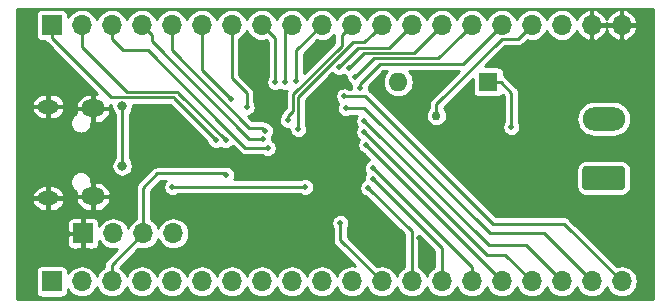
<source format=gbr>
G04 #@! TF.GenerationSoftware,KiCad,Pcbnew,5.1.4+dfsg1-2*
G04 #@! TF.CreationDate,2019-12-30T19:47:55+08:00*
G04 #@! TF.ProjectId,usb2can,75736232-6361-46e2-9e6b-696361645f70,rev?*
G04 #@! TF.SameCoordinates,Original*
G04 #@! TF.FileFunction,Copper,L2,Bot*
G04 #@! TF.FilePolarity,Positive*
%FSLAX46Y46*%
G04 Gerber Fmt 4.6, Leading zero omitted, Abs format (unit mm)*
G04 Created by KiCad (PCBNEW 5.1.4+dfsg1-2) date 2019-12-30 19:47:55*
%MOMM*%
%LPD*%
G04 APERTURE LIST*
%ADD10O,1.700000X1.700000*%
%ADD11R,1.700000X1.700000*%
%ADD12O,1.600000X1.600000*%
%ADD13R,1.600000X1.600000*%
%ADD14O,3.600000X2.000000*%
%ADD15C,0.100000*%
%ADD16C,2.000000*%
%ADD17O,1.800000X1.150000*%
%ADD18O,2.000000X1.450000*%
%ADD19C,0.762000*%
%ADD20C,0.508000*%
%ADD21C,0.800000*%
%ADD22C,0.250000*%
%ADD23C,0.254000*%
G04 APERTURE END LIST*
D10*
X70739000Y-65532000D03*
X68199000Y-65532000D03*
X65659000Y-65532000D03*
X63119000Y-65532000D03*
X60579000Y-65532000D03*
X58039000Y-65532000D03*
X55499000Y-65532000D03*
X52959000Y-65532000D03*
X50419000Y-65532000D03*
X47879000Y-65532000D03*
X45339000Y-65532000D03*
X42799000Y-65532000D03*
X40259000Y-65532000D03*
X37719000Y-65532000D03*
X35179000Y-65532000D03*
X32639000Y-65532000D03*
X30099000Y-65532000D03*
X27559000Y-65532000D03*
X25019000Y-65532000D03*
D11*
X22479000Y-65532000D03*
D10*
X70739000Y-43815000D03*
X68199000Y-43815000D03*
X65659000Y-43815000D03*
X63119000Y-43815000D03*
X60579000Y-43815000D03*
X58039000Y-43815000D03*
X55499000Y-43815000D03*
X52959000Y-43815000D03*
X50419000Y-43815000D03*
X47879000Y-43815000D03*
X45339000Y-43815000D03*
X42799000Y-43815000D03*
X40259000Y-43815000D03*
X37719000Y-43815000D03*
X35179000Y-43815000D03*
X32639000Y-43815000D03*
X30099000Y-43815000D03*
X27559000Y-43815000D03*
X25019000Y-43815000D03*
D11*
X22479000Y-43815000D03*
D12*
X51816000Y-48641000D03*
D13*
X59436000Y-48641000D03*
D14*
X69215000Y-51769000D03*
D15*
G36*
X70789504Y-55770204D02*
G01*
X70813773Y-55773804D01*
X70837571Y-55779765D01*
X70860671Y-55788030D01*
X70882849Y-55798520D01*
X70903893Y-55811133D01*
X70923598Y-55825747D01*
X70941777Y-55842223D01*
X70958253Y-55860402D01*
X70972867Y-55880107D01*
X70985480Y-55901151D01*
X70995970Y-55923329D01*
X71004235Y-55946429D01*
X71010196Y-55970227D01*
X71013796Y-55994496D01*
X71015000Y-56019000D01*
X71015000Y-57519000D01*
X71013796Y-57543504D01*
X71010196Y-57567773D01*
X71004235Y-57591571D01*
X70995970Y-57614671D01*
X70985480Y-57636849D01*
X70972867Y-57657893D01*
X70958253Y-57677598D01*
X70941777Y-57695777D01*
X70923598Y-57712253D01*
X70903893Y-57726867D01*
X70882849Y-57739480D01*
X70860671Y-57749970D01*
X70837571Y-57758235D01*
X70813773Y-57764196D01*
X70789504Y-57767796D01*
X70765000Y-57769000D01*
X67665000Y-57769000D01*
X67640496Y-57767796D01*
X67616227Y-57764196D01*
X67592429Y-57758235D01*
X67569329Y-57749970D01*
X67547151Y-57739480D01*
X67526107Y-57726867D01*
X67506402Y-57712253D01*
X67488223Y-57695777D01*
X67471747Y-57677598D01*
X67457133Y-57657893D01*
X67444520Y-57636849D01*
X67434030Y-57614671D01*
X67425765Y-57591571D01*
X67419804Y-57567773D01*
X67416204Y-57543504D01*
X67415000Y-57519000D01*
X67415000Y-56019000D01*
X67416204Y-55994496D01*
X67419804Y-55970227D01*
X67425765Y-55946429D01*
X67434030Y-55923329D01*
X67444520Y-55901151D01*
X67457133Y-55880107D01*
X67471747Y-55860402D01*
X67488223Y-55842223D01*
X67506402Y-55825747D01*
X67526107Y-55811133D01*
X67547151Y-55798520D01*
X67569329Y-55788030D01*
X67592429Y-55779765D01*
X67616227Y-55773804D01*
X67640496Y-55770204D01*
X67665000Y-55769000D01*
X70765000Y-55769000D01*
X70789504Y-55770204D01*
X70789504Y-55770204D01*
G37*
D16*
X69215000Y-56769000D03*
D10*
X32766000Y-61468000D03*
X30226000Y-61468000D03*
X27686000Y-61468000D03*
D11*
X25146000Y-61468000D03*
D17*
X22180000Y-58485000D03*
X22180000Y-50735000D03*
D18*
X25980000Y-58335000D03*
X25980000Y-50885000D03*
D19*
X68199000Y-46672500D03*
X62801500Y-55816500D03*
X44196000Y-46736000D03*
D20*
X51117500Y-60706000D03*
D19*
X34480500Y-59372500D03*
D20*
X45021500Y-54356000D03*
X43815000Y-56324500D03*
D19*
X41148000Y-56261000D03*
D20*
X41656000Y-52006500D03*
D19*
X52959000Y-50736500D03*
X57531000Y-55689500D03*
X56197500Y-55689500D03*
X21780500Y-47752000D03*
X39306500Y-48450500D03*
D20*
X53721000Y-63563500D03*
X53594000Y-61849000D03*
X39370000Y-46609000D03*
D21*
X28448000Y-55753000D03*
X28448000Y-50673000D03*
D20*
X49117250Y-54006750D03*
D19*
X55054500Y-51498500D03*
D20*
X37274500Y-56515000D03*
X49657000Y-55943500D03*
X49657000Y-56832500D03*
X49276000Y-57594500D03*
X36385500Y-53594000D03*
X37211000Y-53594000D03*
X40767000Y-54229000D03*
X46799500Y-47371000D03*
X47688500Y-47434500D03*
X48196500Y-48196500D03*
X48577500Y-49149000D03*
X47244000Y-49847500D03*
X47371000Y-50863500D03*
X48958500Y-51943000D03*
X48958500Y-52895500D03*
X40386000Y-53467000D03*
X40576500Y-52768500D03*
X37655500Y-50101500D03*
X38989000Y-50800000D03*
X41402000Y-48641000D03*
X42227500Y-48641000D03*
X46926500Y-60579000D03*
X43180000Y-48577500D03*
X42481500Y-51879500D03*
X43370500Y-52641500D03*
X43942000Y-57531000D03*
X32702500Y-57531000D03*
X61404500Y-52451000D03*
D22*
X28448000Y-55753000D02*
X28448000Y-50673000D01*
X60579000Y-65532000D02*
X49149000Y-54102000D01*
X62269001Y-44664999D02*
X63119000Y-43815000D01*
X60610499Y-44990001D02*
X61943999Y-44990001D01*
X61943999Y-44990001D02*
X62269001Y-44664999D01*
X55054500Y-50546000D02*
X60610499Y-44990001D01*
X55054500Y-51498500D02*
X55054500Y-50546000D01*
X27559000Y-64135000D02*
X27559000Y-65532000D01*
X30226000Y-61468000D02*
X27559000Y-64135000D01*
X37147500Y-56388000D02*
X37274500Y-56515000D01*
X31432500Y-56388000D02*
X37147500Y-56388000D01*
X30226000Y-57594500D02*
X31432500Y-56388000D01*
X30226000Y-61468000D02*
X30226000Y-57594500D01*
X58039000Y-64325500D02*
X58039000Y-65532000D01*
X49657000Y-55943500D02*
X58039000Y-64325500D01*
X55499000Y-62674500D02*
X55499000Y-65532000D01*
X49657000Y-56832500D02*
X55499000Y-62674500D01*
X52959000Y-61277500D02*
X52959000Y-65532000D01*
X49276000Y-57594500D02*
X52959000Y-61277500D01*
X32802999Y-49947999D02*
X27511999Y-49947999D01*
X27511999Y-49947999D02*
X22479000Y-44915000D01*
X22479000Y-44915000D02*
X22479000Y-43815000D01*
X32802999Y-50011499D02*
X36385500Y-53594000D01*
X32802999Y-49947999D02*
X32802999Y-50011499D01*
X33178489Y-49497989D02*
X28860489Y-49497989D01*
X25019000Y-45656500D02*
X25019000Y-43815000D01*
X28860489Y-49497989D02*
X25019000Y-45656500D01*
X33178489Y-49561489D02*
X37211000Y-53594000D01*
X33178489Y-49497989D02*
X33178489Y-49561489D01*
X27559000Y-45017081D02*
X28511500Y-45969581D01*
X27559000Y-43815000D02*
X27559000Y-45017081D01*
X28511500Y-45969581D02*
X30602581Y-45969581D01*
X30602581Y-45969581D02*
X37274500Y-52641500D01*
X37274500Y-52641500D02*
X38512750Y-53879750D01*
X38862000Y-54229000D02*
X38512750Y-53879750D01*
X40767000Y-54229000D02*
X38862000Y-54229000D01*
X52109001Y-44664999D02*
X52959000Y-43815000D01*
X51023988Y-45750012D02*
X52109001Y-44664999D01*
X48420488Y-45750012D02*
X48671012Y-45750012D01*
X46799500Y-47371000D02*
X48420488Y-45750012D01*
X48547488Y-45750012D02*
X48671012Y-45750012D01*
X48671012Y-45750012D02*
X51023988Y-45750012D01*
X54649001Y-44664999D02*
X55499000Y-43815000D01*
X53113978Y-46200022D02*
X54649001Y-44664999D01*
X48922978Y-46200022D02*
X53113978Y-46200022D01*
X47688500Y-47434500D02*
X48922978Y-46200022D01*
X55203968Y-46650032D02*
X57189001Y-44664999D01*
X57189001Y-44664999D02*
X58039000Y-43815000D01*
X49742968Y-46650032D02*
X55203968Y-46650032D01*
X48196500Y-48196500D02*
X49742968Y-46650032D01*
X57293958Y-47100042D02*
X59729001Y-44664999D01*
X48577500Y-48789790D02*
X50267248Y-47100042D01*
X59729001Y-44664999D02*
X60579000Y-43815000D01*
X50267248Y-47100042D02*
X57293958Y-47100042D01*
X48577500Y-49149000D02*
X48577500Y-48789790D01*
X70739000Y-65532000D02*
X65849500Y-60642500D01*
X65849500Y-60642500D02*
X59817000Y-60642500D01*
X59817000Y-60642500D02*
X49022000Y-49847500D01*
X49022000Y-49847500D02*
X47244000Y-49847500D01*
X47244000Y-49847500D02*
X47180500Y-49847500D01*
X68199000Y-65532000D02*
X64135000Y-61468000D01*
X64135000Y-61468000D02*
X59563000Y-61468000D01*
X59563000Y-61468000D02*
X48958500Y-50863500D01*
X48958500Y-50863500D02*
X47307500Y-50863500D01*
X48958500Y-51943000D02*
X59499500Y-62484000D01*
X62611000Y-62484000D02*
X65659000Y-65532000D01*
X59499500Y-62484000D02*
X62611000Y-62484000D01*
X48958500Y-52895500D02*
X59372500Y-63309500D01*
X60896500Y-63309500D02*
X63119000Y-65532000D01*
X59372500Y-63309500D02*
X60896500Y-63309500D01*
X30948999Y-44664999D02*
X30099000Y-43815000D01*
X39211578Y-53467000D02*
X30948999Y-45204421D01*
X30948999Y-45204421D02*
X30948999Y-44664999D01*
X40386000Y-53467000D02*
X39211578Y-53467000D01*
X32639000Y-45017081D02*
X32639000Y-43815000D01*
X32639000Y-45941922D02*
X32639000Y-45017081D01*
X39211579Y-52514501D02*
X32639000Y-45941922D01*
X40322501Y-52514501D02*
X39211579Y-52514501D01*
X40576500Y-52768500D02*
X40322501Y-52514501D01*
X35179000Y-47625000D02*
X35179000Y-43815000D01*
X37655500Y-50101500D02*
X35179000Y-47625000D01*
X38989000Y-50800000D02*
X38989000Y-49593500D01*
X37719000Y-48323500D02*
X37719000Y-43815000D01*
X38989000Y-49593500D02*
X37719000Y-48323500D01*
X41402000Y-44958000D02*
X40259000Y-43815000D01*
X41402000Y-44958000D02*
X41402000Y-48641000D01*
X42418000Y-44196000D02*
X42799000Y-43815000D01*
X42227500Y-44386500D02*
X42799000Y-43815000D01*
X42227500Y-48641000D02*
X42227500Y-44386500D01*
X46926500Y-62039500D02*
X50419000Y-65532000D01*
X46926500Y-60579000D02*
X46926500Y-62039500D01*
X43180000Y-45974000D02*
X43180000Y-48577500D01*
X45339000Y-43815000D02*
X43180000Y-45974000D01*
X47029001Y-44664999D02*
X47879000Y-43815000D01*
X47029001Y-45585421D02*
X47029001Y-44664999D01*
X42926000Y-49688422D02*
X47029001Y-45585421D01*
X42926000Y-51075790D02*
X42926000Y-49688422D01*
X42481500Y-51520290D02*
X42926000Y-51075790D01*
X42481500Y-51879500D02*
X42481500Y-51520290D01*
X43370500Y-52282290D02*
X43376010Y-52276780D01*
X43370500Y-52641500D02*
X43370500Y-52282290D01*
X43376010Y-52276780D02*
X43376010Y-50488010D01*
X43376010Y-50488010D02*
X43376010Y-50318568D01*
X49569001Y-44664999D02*
X50419000Y-43815000D01*
X43376010Y-49874822D02*
X43376010Y-50488010D01*
X47950830Y-45300002D02*
X43376010Y-49874822D01*
X50419000Y-43815000D02*
X48933998Y-45300002D01*
X48933998Y-45300002D02*
X47950830Y-45300002D01*
X43942000Y-57531000D02*
X32702500Y-57531000D01*
X32702500Y-57531000D02*
X32702500Y-57531000D01*
X60486000Y-48641000D02*
X59436000Y-48641000D01*
X61404500Y-52451000D02*
X61404500Y-49559500D01*
X61404500Y-49559500D02*
X60486000Y-48641000D01*
D23*
G36*
X73381001Y-67031000D02*
G01*
X19583000Y-67031000D01*
X19583000Y-62318000D01*
X23785542Y-62318000D01*
X23795350Y-62417585D01*
X23824398Y-62513344D01*
X23871570Y-62601595D01*
X23935052Y-62678948D01*
X24012405Y-62742430D01*
X24100656Y-62789602D01*
X24196415Y-62818650D01*
X24296000Y-62828458D01*
X24955500Y-62826000D01*
X25082500Y-62699000D01*
X25082500Y-61531500D01*
X23915000Y-61531500D01*
X23788000Y-61658500D01*
X23785542Y-62318000D01*
X19583000Y-62318000D01*
X19583000Y-60618000D01*
X23785542Y-60618000D01*
X23788000Y-61277500D01*
X23915000Y-61404500D01*
X25082500Y-61404500D01*
X25082500Y-60237000D01*
X24955500Y-60110000D01*
X24296000Y-60107542D01*
X24196415Y-60117350D01*
X24100656Y-60146398D01*
X24012405Y-60193570D01*
X23935052Y-60257052D01*
X23871570Y-60334405D01*
X23824398Y-60422656D01*
X23795350Y-60518415D01*
X23785542Y-60618000D01*
X19583000Y-60618000D01*
X19583000Y-58716845D01*
X20797107Y-58716845D01*
X20830138Y-58840780D01*
X20919240Y-59033884D01*
X21044302Y-59205895D01*
X21200519Y-59350203D01*
X21381887Y-59461261D01*
X21581437Y-59534802D01*
X21791500Y-59568000D01*
X22116500Y-59568000D01*
X22116500Y-58548500D01*
X22243500Y-58548500D01*
X22243500Y-59568000D01*
X22568500Y-59568000D01*
X22778563Y-59534802D01*
X22978113Y-59461261D01*
X23159481Y-59350203D01*
X23315698Y-59205895D01*
X23440760Y-59033884D01*
X23529862Y-58840780D01*
X23562893Y-58716845D01*
X23484742Y-58590346D01*
X24498730Y-58590346D01*
X24541557Y-58748183D01*
X24644520Y-58967220D01*
X24788237Y-59161961D01*
X24967184Y-59324923D01*
X25174485Y-59449843D01*
X25402174Y-59531920D01*
X25641500Y-59568000D01*
X25916500Y-59568000D01*
X25916500Y-58398500D01*
X26043500Y-58398500D01*
X26043500Y-59568000D01*
X26318500Y-59568000D01*
X26557826Y-59531920D01*
X26785515Y-59449843D01*
X26992816Y-59324923D01*
X27171763Y-59161961D01*
X27315480Y-58967220D01*
X27418443Y-58748183D01*
X27461270Y-58590346D01*
X27359176Y-58398500D01*
X26043500Y-58398500D01*
X25916500Y-58398500D01*
X24600824Y-58398500D01*
X24498730Y-58590346D01*
X23484742Y-58590346D01*
X23458889Y-58548500D01*
X22243500Y-58548500D01*
X22116500Y-58548500D01*
X20901111Y-58548500D01*
X20797107Y-58716845D01*
X19583000Y-58716845D01*
X19583000Y-58253155D01*
X20797107Y-58253155D01*
X20901111Y-58421500D01*
X22116500Y-58421500D01*
X22116500Y-57402000D01*
X22243500Y-57402000D01*
X22243500Y-58421500D01*
X23458889Y-58421500D01*
X23562893Y-58253155D01*
X23529862Y-58129220D01*
X23440760Y-57936116D01*
X23315698Y-57764105D01*
X23159481Y-57619797D01*
X22978113Y-57508739D01*
X22778563Y-57435198D01*
X22568500Y-57402000D01*
X22243500Y-57402000D01*
X22116500Y-57402000D01*
X21791500Y-57402000D01*
X21581437Y-57435198D01*
X21381887Y-57508739D01*
X21200519Y-57619797D01*
X21044302Y-57764105D01*
X20919240Y-57936116D01*
X20830138Y-58129220D01*
X20797107Y-58253155D01*
X19583000Y-58253155D01*
X19583000Y-57110000D01*
X24017607Y-57110000D01*
X24035138Y-57287999D01*
X24087059Y-57459158D01*
X24171373Y-57616898D01*
X24284841Y-57755159D01*
X24423102Y-57868627D01*
X24539158Y-57930660D01*
X24498730Y-58079654D01*
X24600824Y-58271500D01*
X25916500Y-58271500D01*
X25916500Y-57102000D01*
X26043500Y-57102000D01*
X26043500Y-58271500D01*
X27359176Y-58271500D01*
X27461270Y-58079654D01*
X27418443Y-57921817D01*
X27315480Y-57702780D01*
X27171763Y-57508039D01*
X26992816Y-57345077D01*
X26785515Y-57220157D01*
X26557826Y-57138080D01*
X26318500Y-57102000D01*
X26043500Y-57102000D01*
X25916500Y-57102000D01*
X25841605Y-57102000D01*
X25824862Y-56932001D01*
X25772941Y-56760842D01*
X25688627Y-56603102D01*
X25575159Y-56464841D01*
X25436898Y-56351373D01*
X25279158Y-56267059D01*
X25107999Y-56215138D01*
X24974604Y-56202000D01*
X24885396Y-56202000D01*
X24752001Y-56215138D01*
X24580842Y-56267059D01*
X24423102Y-56351373D01*
X24284841Y-56464841D01*
X24171373Y-56603102D01*
X24087059Y-56760842D01*
X24035138Y-56932001D01*
X24017607Y-57110000D01*
X19583000Y-57110000D01*
X19583000Y-52110000D01*
X24017607Y-52110000D01*
X24035138Y-52287999D01*
X24087059Y-52459158D01*
X24171373Y-52616898D01*
X24284841Y-52755159D01*
X24423102Y-52868627D01*
X24580842Y-52952941D01*
X24752001Y-53004862D01*
X24885396Y-53018000D01*
X24974604Y-53018000D01*
X25107999Y-53004862D01*
X25279158Y-52952941D01*
X25436898Y-52868627D01*
X25575159Y-52755159D01*
X25688627Y-52616898D01*
X25772941Y-52459158D01*
X25824862Y-52287999D01*
X25841605Y-52118000D01*
X25916500Y-52118000D01*
X25916500Y-50948500D01*
X26043500Y-50948500D01*
X26043500Y-52118000D01*
X26318500Y-52118000D01*
X26557826Y-52081920D01*
X26785515Y-51999843D01*
X26992816Y-51874923D01*
X27171763Y-51711961D01*
X27315480Y-51517220D01*
X27418443Y-51298183D01*
X27461270Y-51140346D01*
X27359176Y-50948500D01*
X26043500Y-50948500D01*
X25916500Y-50948500D01*
X24600824Y-50948500D01*
X24498730Y-51140346D01*
X24539158Y-51289340D01*
X24423102Y-51351373D01*
X24284841Y-51464841D01*
X24171373Y-51603102D01*
X24087059Y-51760842D01*
X24035138Y-51932001D01*
X24017607Y-52110000D01*
X19583000Y-52110000D01*
X19583000Y-50966845D01*
X20797107Y-50966845D01*
X20830138Y-51090780D01*
X20919240Y-51283884D01*
X21044302Y-51455895D01*
X21200519Y-51600203D01*
X21381887Y-51711261D01*
X21581437Y-51784802D01*
X21791500Y-51818000D01*
X22116500Y-51818000D01*
X22116500Y-50798500D01*
X22243500Y-50798500D01*
X22243500Y-51818000D01*
X22568500Y-51818000D01*
X22778563Y-51784802D01*
X22978113Y-51711261D01*
X23159481Y-51600203D01*
X23315698Y-51455895D01*
X23440760Y-51283884D01*
X23529862Y-51090780D01*
X23562893Y-50966845D01*
X23458889Y-50798500D01*
X22243500Y-50798500D01*
X22116500Y-50798500D01*
X20901111Y-50798500D01*
X20797107Y-50966845D01*
X19583000Y-50966845D01*
X19583000Y-50503155D01*
X20797107Y-50503155D01*
X20901111Y-50671500D01*
X22116500Y-50671500D01*
X22116500Y-49652000D01*
X22243500Y-49652000D01*
X22243500Y-50671500D01*
X23458889Y-50671500D01*
X23484741Y-50629654D01*
X24498730Y-50629654D01*
X24600824Y-50821500D01*
X25916500Y-50821500D01*
X25916500Y-49652000D01*
X25641500Y-49652000D01*
X25402174Y-49688080D01*
X25174485Y-49770157D01*
X24967184Y-49895077D01*
X24788237Y-50058039D01*
X24644520Y-50252780D01*
X24541557Y-50471817D01*
X24498730Y-50629654D01*
X23484741Y-50629654D01*
X23562893Y-50503155D01*
X23529862Y-50379220D01*
X23440760Y-50186116D01*
X23315698Y-50014105D01*
X23159481Y-49869797D01*
X22978113Y-49758739D01*
X22778563Y-49685198D01*
X22568500Y-49652000D01*
X22243500Y-49652000D01*
X22116500Y-49652000D01*
X21791500Y-49652000D01*
X21581437Y-49685198D01*
X21381887Y-49758739D01*
X21200519Y-49869797D01*
X21044302Y-50014105D01*
X20919240Y-50186116D01*
X20830138Y-50379220D01*
X20797107Y-50503155D01*
X19583000Y-50503155D01*
X19583000Y-42965000D01*
X21118543Y-42965000D01*
X21118543Y-44665000D01*
X21128351Y-44764585D01*
X21157399Y-44860343D01*
X21204571Y-44948595D01*
X21268052Y-45025948D01*
X21345405Y-45089429D01*
X21433657Y-45136601D01*
X21529415Y-45165649D01*
X21629000Y-45175457D01*
X21900467Y-45175457D01*
X21950134Y-45268376D01*
X22029236Y-45364764D01*
X22053387Y-45384584D01*
X26321212Y-49652409D01*
X26318500Y-49652000D01*
X26043500Y-49652000D01*
X26043500Y-50821500D01*
X27359176Y-50821500D01*
X27461270Y-50629654D01*
X27447166Y-50577675D01*
X27480911Y-50580999D01*
X27480912Y-50580999D01*
X27511998Y-50584061D01*
X27540460Y-50581257D01*
X27540000Y-50583570D01*
X27540000Y-50762430D01*
X27574894Y-50937854D01*
X27643341Y-51103099D01*
X27742711Y-51251816D01*
X27815001Y-51324106D01*
X27815000Y-55101895D01*
X27742711Y-55174184D01*
X27643341Y-55322901D01*
X27574894Y-55488146D01*
X27540000Y-55663570D01*
X27540000Y-55842430D01*
X27574894Y-56017854D01*
X27643341Y-56183099D01*
X27742711Y-56331816D01*
X27869184Y-56458289D01*
X28017901Y-56557659D01*
X28183146Y-56626106D01*
X28358570Y-56661000D01*
X28537430Y-56661000D01*
X28712854Y-56626106D01*
X28878099Y-56557659D01*
X29026816Y-56458289D01*
X29153289Y-56331816D01*
X29252659Y-56183099D01*
X29321106Y-56017854D01*
X29356000Y-55842430D01*
X29356000Y-55663570D01*
X29321106Y-55488146D01*
X29252659Y-55322901D01*
X29153289Y-55174184D01*
X29081000Y-55101895D01*
X29081000Y-51324105D01*
X29153289Y-51251816D01*
X29252659Y-51103099D01*
X29321106Y-50937854D01*
X29356000Y-50762430D01*
X29356000Y-50583570D01*
X29355489Y-50580999D01*
X32477302Y-50580999D01*
X35637938Y-53741635D01*
X35652783Y-53816267D01*
X35710224Y-53954942D01*
X35793616Y-54079747D01*
X35899753Y-54185884D01*
X36024558Y-54269276D01*
X36163233Y-54326717D01*
X36310450Y-54356000D01*
X36460550Y-54356000D01*
X36607767Y-54326717D01*
X36746442Y-54269276D01*
X36798250Y-54234659D01*
X36850058Y-54269276D01*
X36988733Y-54326717D01*
X37135950Y-54356000D01*
X37286050Y-54356000D01*
X37433267Y-54326717D01*
X37571942Y-54269276D01*
X37696747Y-54185884D01*
X37802884Y-54079747D01*
X37808758Y-54070956D01*
X38087133Y-54349331D01*
X38087139Y-54349336D01*
X38392416Y-54654613D01*
X38412236Y-54678764D01*
X38508623Y-54757866D01*
X38618590Y-54816645D01*
X38737910Y-54852840D01*
X38830912Y-54862000D01*
X38830913Y-54862000D01*
X38861999Y-54865062D01*
X38893085Y-54862000D01*
X40342787Y-54862000D01*
X40406058Y-54904276D01*
X40544733Y-54961717D01*
X40691950Y-54991000D01*
X40842050Y-54991000D01*
X40989267Y-54961717D01*
X41127942Y-54904276D01*
X41252747Y-54820884D01*
X41358884Y-54714747D01*
X41442276Y-54589942D01*
X41499717Y-54451267D01*
X41529000Y-54304050D01*
X41529000Y-54153950D01*
X41499717Y-54006733D01*
X41442276Y-53868058D01*
X41358884Y-53743253D01*
X41252747Y-53637116D01*
X41143597Y-53564184D01*
X41148000Y-53542050D01*
X41148000Y-53391950D01*
X41128536Y-53294095D01*
X41168384Y-53254247D01*
X41251776Y-53129442D01*
X41309217Y-52990767D01*
X41338500Y-52843550D01*
X41338500Y-52693450D01*
X41309217Y-52546233D01*
X41251776Y-52407558D01*
X41168384Y-52282753D01*
X41062247Y-52176616D01*
X40937442Y-52093224D01*
X40798767Y-52035783D01*
X40717219Y-52019562D01*
X40675878Y-51985635D01*
X40565911Y-51926856D01*
X40446591Y-51890661D01*
X40353589Y-51881501D01*
X40322501Y-51878439D01*
X40291413Y-51881501D01*
X39473776Y-51881501D01*
X39139306Y-51547031D01*
X39211267Y-51532717D01*
X39349942Y-51475276D01*
X39474747Y-51391884D01*
X39580884Y-51285747D01*
X39664276Y-51160942D01*
X39721717Y-51022267D01*
X39751000Y-50875050D01*
X39751000Y-50724950D01*
X39721717Y-50577733D01*
X39664276Y-50439058D01*
X39622000Y-50375787D01*
X39622000Y-49624585D01*
X39625062Y-49593499D01*
X39617965Y-49521445D01*
X39612840Y-49469410D01*
X39576645Y-49350090D01*
X39570985Y-49339500D01*
X39517866Y-49240123D01*
X39486038Y-49201340D01*
X39438764Y-49143736D01*
X39414613Y-49123916D01*
X38352000Y-48061303D01*
X38352000Y-45016473D01*
X38477114Y-44949598D01*
X38683897Y-44779897D01*
X38853598Y-44573114D01*
X38979698Y-44337198D01*
X38989000Y-44306533D01*
X38998302Y-44337198D01*
X39124402Y-44573114D01*
X39294103Y-44779897D01*
X39500886Y-44949598D01*
X39736802Y-45075698D01*
X39992786Y-45153350D01*
X40192294Y-45173000D01*
X40325706Y-45173000D01*
X40525214Y-45153350D01*
X40660971Y-45112169D01*
X40769000Y-45220198D01*
X40769001Y-48216786D01*
X40726724Y-48280058D01*
X40669283Y-48418733D01*
X40640000Y-48565950D01*
X40640000Y-48716050D01*
X40669283Y-48863267D01*
X40726724Y-49001942D01*
X40810116Y-49126747D01*
X40916253Y-49232884D01*
X41041058Y-49316276D01*
X41179733Y-49373717D01*
X41326950Y-49403000D01*
X41477050Y-49403000D01*
X41624267Y-49373717D01*
X41762942Y-49316276D01*
X41814750Y-49281659D01*
X41866558Y-49316276D01*
X42005233Y-49373717D01*
X42152450Y-49403000D01*
X42302550Y-49403000D01*
X42367743Y-49390032D01*
X42338356Y-49445012D01*
X42302160Y-49564333D01*
X42289938Y-49688422D01*
X42293001Y-49719520D01*
X42293000Y-50813592D01*
X42055882Y-51050711D01*
X42031737Y-51070526D01*
X41952634Y-51166913D01*
X41893855Y-51276880D01*
X41857660Y-51396200D01*
X41852418Y-51449424D01*
X41806224Y-51518558D01*
X41748783Y-51657233D01*
X41719500Y-51804450D01*
X41719500Y-51954550D01*
X41748783Y-52101767D01*
X41806224Y-52240442D01*
X41889616Y-52365247D01*
X41995753Y-52471384D01*
X42120558Y-52554776D01*
X42259233Y-52612217D01*
X42406450Y-52641500D01*
X42556550Y-52641500D01*
X42608500Y-52631167D01*
X42608500Y-52716550D01*
X42637783Y-52863767D01*
X42695224Y-53002442D01*
X42778616Y-53127247D01*
X42884753Y-53233384D01*
X43009558Y-53316776D01*
X43148233Y-53374217D01*
X43295450Y-53403500D01*
X43445550Y-53403500D01*
X43592767Y-53374217D01*
X43731442Y-53316776D01*
X43856247Y-53233384D01*
X43962384Y-53127247D01*
X44045776Y-53002442D01*
X44103217Y-52863767D01*
X44132500Y-52716550D01*
X44132500Y-52566450D01*
X44103217Y-52419233D01*
X44045776Y-52280558D01*
X44009010Y-52225534D01*
X44009010Y-50137019D01*
X46248449Y-47897580D01*
X46313753Y-47962884D01*
X46438558Y-48046276D01*
X46577233Y-48103717D01*
X46724450Y-48133000D01*
X46874550Y-48133000D01*
X47021767Y-48103717D01*
X47160442Y-48046276D01*
X47197730Y-48021361D01*
X47202753Y-48026384D01*
X47327558Y-48109776D01*
X47434500Y-48154073D01*
X47434500Y-48271550D01*
X47463783Y-48418767D01*
X47521224Y-48557442D01*
X47604616Y-48682247D01*
X47710753Y-48788384D01*
X47835558Y-48871776D01*
X47862862Y-48883086D01*
X47844783Y-48926733D01*
X47815500Y-49073950D01*
X47815500Y-49214500D01*
X47668213Y-49214500D01*
X47604942Y-49172224D01*
X47466267Y-49114783D01*
X47319050Y-49085500D01*
X47168950Y-49085500D01*
X47021733Y-49114783D01*
X46883058Y-49172224D01*
X46758253Y-49255616D01*
X46652116Y-49361753D01*
X46568724Y-49486558D01*
X46511283Y-49625233D01*
X46482000Y-49772450D01*
X46482000Y-49922550D01*
X46511283Y-50069767D01*
X46568724Y-50208442D01*
X46652116Y-50333247D01*
X46746074Y-50427205D01*
X46695724Y-50502558D01*
X46638283Y-50641233D01*
X46609000Y-50788450D01*
X46609000Y-50938550D01*
X46638283Y-51085767D01*
X46695724Y-51224442D01*
X46779116Y-51349247D01*
X46885253Y-51455384D01*
X47010058Y-51538776D01*
X47148733Y-51596217D01*
X47295950Y-51625500D01*
X47446050Y-51625500D01*
X47593267Y-51596217D01*
X47731942Y-51538776D01*
X47795213Y-51496500D01*
X48340392Y-51496500D01*
X48283224Y-51582058D01*
X48225783Y-51720733D01*
X48196500Y-51867950D01*
X48196500Y-52018050D01*
X48225783Y-52165267D01*
X48283224Y-52303942D01*
X48360270Y-52419250D01*
X48283224Y-52534558D01*
X48225783Y-52673233D01*
X48196500Y-52820450D01*
X48196500Y-52970550D01*
X48225783Y-53117767D01*
X48283224Y-53256442D01*
X48366616Y-53381247D01*
X48472753Y-53487384D01*
X48524657Y-53522065D01*
X48441974Y-53645808D01*
X48384533Y-53784483D01*
X48355250Y-53931700D01*
X48355250Y-54081800D01*
X48384533Y-54229017D01*
X48441974Y-54367692D01*
X48525366Y-54492497D01*
X48631503Y-54598634D01*
X48756308Y-54682026D01*
X48888644Y-54736842D01*
X49383717Y-55231914D01*
X49296058Y-55268224D01*
X49171253Y-55351616D01*
X49065116Y-55457753D01*
X48981724Y-55582558D01*
X48924283Y-55721233D01*
X48895000Y-55868450D01*
X48895000Y-56018550D01*
X48924283Y-56165767D01*
X48981724Y-56304442D01*
X49037556Y-56388000D01*
X48981724Y-56471558D01*
X48924283Y-56610233D01*
X48895000Y-56757450D01*
X48895000Y-56907550D01*
X48899403Y-56929684D01*
X48790253Y-57002616D01*
X48684116Y-57108753D01*
X48600724Y-57233558D01*
X48543283Y-57372233D01*
X48514000Y-57519450D01*
X48514000Y-57669550D01*
X48543283Y-57816767D01*
X48600724Y-57955442D01*
X48684116Y-58080247D01*
X48790253Y-58186384D01*
X48915058Y-58269776D01*
X49053733Y-58327217D01*
X49128365Y-58342062D01*
X52326000Y-61539697D01*
X52326001Y-64330527D01*
X52200886Y-64397402D01*
X51994103Y-64567103D01*
X51824402Y-64773886D01*
X51698302Y-65009802D01*
X51689000Y-65040467D01*
X51679698Y-65009802D01*
X51553598Y-64773886D01*
X51383897Y-64567103D01*
X51177114Y-64397402D01*
X50941198Y-64271302D01*
X50685214Y-64193650D01*
X50485706Y-64174000D01*
X50352294Y-64174000D01*
X50152786Y-64193650D01*
X50017029Y-64234832D01*
X47559500Y-61777303D01*
X47559500Y-61003213D01*
X47601776Y-60939942D01*
X47659217Y-60801267D01*
X47688500Y-60654050D01*
X47688500Y-60503950D01*
X47659217Y-60356733D01*
X47601776Y-60218058D01*
X47518384Y-60093253D01*
X47412247Y-59987116D01*
X47287442Y-59903724D01*
X47148767Y-59846283D01*
X47001550Y-59817000D01*
X46851450Y-59817000D01*
X46704233Y-59846283D01*
X46565558Y-59903724D01*
X46440753Y-59987116D01*
X46334616Y-60093253D01*
X46251224Y-60218058D01*
X46193783Y-60356733D01*
X46164500Y-60503950D01*
X46164500Y-60654050D01*
X46193783Y-60801267D01*
X46251224Y-60939942D01*
X46293500Y-61003213D01*
X46293501Y-62008402D01*
X46290438Y-62039500D01*
X46302660Y-62163589D01*
X46338856Y-62282910D01*
X46380014Y-62359910D01*
X46397635Y-62392877D01*
X46476737Y-62489264D01*
X46500883Y-62509080D01*
X48202974Y-64211171D01*
X48145214Y-64193650D01*
X47945706Y-64174000D01*
X47812294Y-64174000D01*
X47612786Y-64193650D01*
X47356802Y-64271302D01*
X47120886Y-64397402D01*
X46914103Y-64567103D01*
X46744402Y-64773886D01*
X46618302Y-65009802D01*
X46609000Y-65040467D01*
X46599698Y-65009802D01*
X46473598Y-64773886D01*
X46303897Y-64567103D01*
X46097114Y-64397402D01*
X45861198Y-64271302D01*
X45605214Y-64193650D01*
X45405706Y-64174000D01*
X45272294Y-64174000D01*
X45072786Y-64193650D01*
X44816802Y-64271302D01*
X44580886Y-64397402D01*
X44374103Y-64567103D01*
X44204402Y-64773886D01*
X44078302Y-65009802D01*
X44069000Y-65040467D01*
X44059698Y-65009802D01*
X43933598Y-64773886D01*
X43763897Y-64567103D01*
X43557114Y-64397402D01*
X43321198Y-64271302D01*
X43065214Y-64193650D01*
X42865706Y-64174000D01*
X42732294Y-64174000D01*
X42532786Y-64193650D01*
X42276802Y-64271302D01*
X42040886Y-64397402D01*
X41834103Y-64567103D01*
X41664402Y-64773886D01*
X41538302Y-65009802D01*
X41529000Y-65040467D01*
X41519698Y-65009802D01*
X41393598Y-64773886D01*
X41223897Y-64567103D01*
X41017114Y-64397402D01*
X40781198Y-64271302D01*
X40525214Y-64193650D01*
X40325706Y-64174000D01*
X40192294Y-64174000D01*
X39992786Y-64193650D01*
X39736802Y-64271302D01*
X39500886Y-64397402D01*
X39294103Y-64567103D01*
X39124402Y-64773886D01*
X38998302Y-65009802D01*
X38989000Y-65040467D01*
X38979698Y-65009802D01*
X38853598Y-64773886D01*
X38683897Y-64567103D01*
X38477114Y-64397402D01*
X38241198Y-64271302D01*
X37985214Y-64193650D01*
X37785706Y-64174000D01*
X37652294Y-64174000D01*
X37452786Y-64193650D01*
X37196802Y-64271302D01*
X36960886Y-64397402D01*
X36754103Y-64567103D01*
X36584402Y-64773886D01*
X36458302Y-65009802D01*
X36449000Y-65040467D01*
X36439698Y-65009802D01*
X36313598Y-64773886D01*
X36143897Y-64567103D01*
X35937114Y-64397402D01*
X35701198Y-64271302D01*
X35445214Y-64193650D01*
X35245706Y-64174000D01*
X35112294Y-64174000D01*
X34912786Y-64193650D01*
X34656802Y-64271302D01*
X34420886Y-64397402D01*
X34214103Y-64567103D01*
X34044402Y-64773886D01*
X33918302Y-65009802D01*
X33909000Y-65040467D01*
X33899698Y-65009802D01*
X33773598Y-64773886D01*
X33603897Y-64567103D01*
X33397114Y-64397402D01*
X33161198Y-64271302D01*
X32905214Y-64193650D01*
X32705706Y-64174000D01*
X32572294Y-64174000D01*
X32372786Y-64193650D01*
X32116802Y-64271302D01*
X31880886Y-64397402D01*
X31674103Y-64567103D01*
X31504402Y-64773886D01*
X31378302Y-65009802D01*
X31369000Y-65040467D01*
X31359698Y-65009802D01*
X31233598Y-64773886D01*
X31063897Y-64567103D01*
X30857114Y-64397402D01*
X30621198Y-64271302D01*
X30365214Y-64193650D01*
X30165706Y-64174000D01*
X30032294Y-64174000D01*
X29832786Y-64193650D01*
X29576802Y-64271302D01*
X29340886Y-64397402D01*
X29134103Y-64567103D01*
X28964402Y-64773886D01*
X28838302Y-65009802D01*
X28829000Y-65040467D01*
X28819698Y-65009802D01*
X28693598Y-64773886D01*
X28523897Y-64567103D01*
X28317114Y-64397402D01*
X28235447Y-64353750D01*
X29824029Y-62765168D01*
X29959786Y-62806350D01*
X30159294Y-62826000D01*
X30292706Y-62826000D01*
X30492214Y-62806350D01*
X30748198Y-62728698D01*
X30984114Y-62602598D01*
X31190897Y-62432897D01*
X31360598Y-62226114D01*
X31486698Y-61990198D01*
X31496000Y-61959533D01*
X31505302Y-61990198D01*
X31631402Y-62226114D01*
X31801103Y-62432897D01*
X32007886Y-62602598D01*
X32243802Y-62728698D01*
X32499786Y-62806350D01*
X32699294Y-62826000D01*
X32832706Y-62826000D01*
X33032214Y-62806350D01*
X33288198Y-62728698D01*
X33524114Y-62602598D01*
X33730897Y-62432897D01*
X33900598Y-62226114D01*
X34026698Y-61990198D01*
X34104350Y-61734214D01*
X34130570Y-61468000D01*
X34104350Y-61201786D01*
X34026698Y-60945802D01*
X33900598Y-60709886D01*
X33730897Y-60503103D01*
X33524114Y-60333402D01*
X33288198Y-60207302D01*
X33032214Y-60129650D01*
X32832706Y-60110000D01*
X32699294Y-60110000D01*
X32499786Y-60129650D01*
X32243802Y-60207302D01*
X32007886Y-60333402D01*
X31801103Y-60503103D01*
X31631402Y-60709886D01*
X31505302Y-60945802D01*
X31496000Y-60976467D01*
X31486698Y-60945802D01*
X31360598Y-60709886D01*
X31190897Y-60503103D01*
X30984114Y-60333402D01*
X30859000Y-60266527D01*
X30859000Y-57856697D01*
X31694697Y-57021000D01*
X32134869Y-57021000D01*
X32110616Y-57045253D01*
X32027224Y-57170058D01*
X31969783Y-57308733D01*
X31940500Y-57455950D01*
X31940500Y-57606050D01*
X31969783Y-57753267D01*
X32027224Y-57891942D01*
X32110616Y-58016747D01*
X32216753Y-58122884D01*
X32341558Y-58206276D01*
X32480233Y-58263717D01*
X32627450Y-58293000D01*
X32777550Y-58293000D01*
X32924767Y-58263717D01*
X33063442Y-58206276D01*
X33126713Y-58164000D01*
X43517787Y-58164000D01*
X43581058Y-58206276D01*
X43719733Y-58263717D01*
X43866950Y-58293000D01*
X44017050Y-58293000D01*
X44164267Y-58263717D01*
X44302942Y-58206276D01*
X44427747Y-58122884D01*
X44533884Y-58016747D01*
X44617276Y-57891942D01*
X44674717Y-57753267D01*
X44704000Y-57606050D01*
X44704000Y-57455950D01*
X44674717Y-57308733D01*
X44617276Y-57170058D01*
X44533884Y-57045253D01*
X44427747Y-56939116D01*
X44302942Y-56855724D01*
X44164267Y-56798283D01*
X44017050Y-56769000D01*
X43866950Y-56769000D01*
X43719733Y-56798283D01*
X43581058Y-56855724D01*
X43517787Y-56898000D01*
X37935037Y-56898000D01*
X37949776Y-56875942D01*
X38007217Y-56737267D01*
X38036500Y-56590050D01*
X38036500Y-56439950D01*
X38007217Y-56292733D01*
X37949776Y-56154058D01*
X37866384Y-56029253D01*
X37760247Y-55923116D01*
X37635442Y-55839724D01*
X37496767Y-55782283D01*
X37349550Y-55753000D01*
X37199450Y-55753000D01*
X37185816Y-55755712D01*
X37178588Y-55755000D01*
X37147500Y-55751938D01*
X37116412Y-55755000D01*
X31463588Y-55755000D01*
X31432500Y-55751938D01*
X31401412Y-55755000D01*
X31308410Y-55764160D01*
X31189090Y-55800355D01*
X31079123Y-55859134D01*
X30982736Y-55938236D01*
X30962916Y-55962387D01*
X29800384Y-57124919D01*
X29776237Y-57144736D01*
X29756421Y-57168882D01*
X29756419Y-57168884D01*
X29697134Y-57241124D01*
X29638356Y-57351090D01*
X29602160Y-57470411D01*
X29589938Y-57594500D01*
X29593001Y-57625598D01*
X29593000Y-60266527D01*
X29467886Y-60333402D01*
X29261103Y-60503103D01*
X29091402Y-60709886D01*
X28965302Y-60945802D01*
X28956000Y-60976467D01*
X28946698Y-60945802D01*
X28820598Y-60709886D01*
X28650897Y-60503103D01*
X28444114Y-60333402D01*
X28208198Y-60207302D01*
X27952214Y-60129650D01*
X27752706Y-60110000D01*
X27619294Y-60110000D01*
X27419786Y-60129650D01*
X27163802Y-60207302D01*
X26927886Y-60333402D01*
X26721103Y-60503103D01*
X26551402Y-60709886D01*
X26505798Y-60795206D01*
X26506458Y-60618000D01*
X26496650Y-60518415D01*
X26467602Y-60422656D01*
X26420430Y-60334405D01*
X26356948Y-60257052D01*
X26279595Y-60193570D01*
X26191344Y-60146398D01*
X26095585Y-60117350D01*
X25996000Y-60107542D01*
X25336500Y-60110000D01*
X25209500Y-60237000D01*
X25209500Y-61404500D01*
X25229500Y-61404500D01*
X25229500Y-61531500D01*
X25209500Y-61531500D01*
X25209500Y-62699000D01*
X25336500Y-62826000D01*
X25996000Y-62828458D01*
X26095585Y-62818650D01*
X26191344Y-62789602D01*
X26279595Y-62742430D01*
X26356948Y-62678948D01*
X26420430Y-62601595D01*
X26467602Y-62513344D01*
X26496650Y-62417585D01*
X26506458Y-62318000D01*
X26505798Y-62140794D01*
X26551402Y-62226114D01*
X26721103Y-62432897D01*
X26927886Y-62602598D01*
X27163802Y-62728698D01*
X27419786Y-62806350D01*
X27619294Y-62826000D01*
X27752706Y-62826000D01*
X27952214Y-62806350D01*
X28009974Y-62788829D01*
X27133387Y-63665416D01*
X27109236Y-63685236D01*
X27030134Y-63781624D01*
X26971355Y-63891591D01*
X26946926Y-63972123D01*
X26935160Y-64010911D01*
X26922938Y-64135000D01*
X26926000Y-64166089D01*
X26926000Y-64330527D01*
X26800886Y-64397402D01*
X26594103Y-64567103D01*
X26424402Y-64773886D01*
X26298302Y-65009802D01*
X26289000Y-65040467D01*
X26279698Y-65009802D01*
X26153598Y-64773886D01*
X25983897Y-64567103D01*
X25777114Y-64397402D01*
X25541198Y-64271302D01*
X25285214Y-64193650D01*
X25085706Y-64174000D01*
X24952294Y-64174000D01*
X24752786Y-64193650D01*
X24496802Y-64271302D01*
X24260886Y-64397402D01*
X24054103Y-64567103D01*
X23884402Y-64773886D01*
X23839457Y-64857972D01*
X23839457Y-64682000D01*
X23829649Y-64582415D01*
X23800601Y-64486657D01*
X23753429Y-64398405D01*
X23689948Y-64321052D01*
X23612595Y-64257571D01*
X23524343Y-64210399D01*
X23428585Y-64181351D01*
X23329000Y-64171543D01*
X21629000Y-64171543D01*
X21529415Y-64181351D01*
X21433657Y-64210399D01*
X21345405Y-64257571D01*
X21268052Y-64321052D01*
X21204571Y-64398405D01*
X21157399Y-64486657D01*
X21128351Y-64582415D01*
X21118543Y-64682000D01*
X21118543Y-66382000D01*
X21128351Y-66481585D01*
X21157399Y-66577343D01*
X21204571Y-66665595D01*
X21268052Y-66742948D01*
X21345405Y-66806429D01*
X21433657Y-66853601D01*
X21529415Y-66882649D01*
X21629000Y-66892457D01*
X23329000Y-66892457D01*
X23428585Y-66882649D01*
X23524343Y-66853601D01*
X23612595Y-66806429D01*
X23689948Y-66742948D01*
X23753429Y-66665595D01*
X23800601Y-66577343D01*
X23829649Y-66481585D01*
X23839457Y-66382000D01*
X23839457Y-66206028D01*
X23884402Y-66290114D01*
X24054103Y-66496897D01*
X24260886Y-66666598D01*
X24496802Y-66792698D01*
X24752786Y-66870350D01*
X24952294Y-66890000D01*
X25085706Y-66890000D01*
X25285214Y-66870350D01*
X25541198Y-66792698D01*
X25777114Y-66666598D01*
X25983897Y-66496897D01*
X26153598Y-66290114D01*
X26279698Y-66054198D01*
X26289000Y-66023533D01*
X26298302Y-66054198D01*
X26424402Y-66290114D01*
X26594103Y-66496897D01*
X26800886Y-66666598D01*
X27036802Y-66792698D01*
X27292786Y-66870350D01*
X27492294Y-66890000D01*
X27625706Y-66890000D01*
X27825214Y-66870350D01*
X28081198Y-66792698D01*
X28317114Y-66666598D01*
X28523897Y-66496897D01*
X28693598Y-66290114D01*
X28819698Y-66054198D01*
X28829000Y-66023533D01*
X28838302Y-66054198D01*
X28964402Y-66290114D01*
X29134103Y-66496897D01*
X29340886Y-66666598D01*
X29576802Y-66792698D01*
X29832786Y-66870350D01*
X30032294Y-66890000D01*
X30165706Y-66890000D01*
X30365214Y-66870350D01*
X30621198Y-66792698D01*
X30857114Y-66666598D01*
X31063897Y-66496897D01*
X31233598Y-66290114D01*
X31359698Y-66054198D01*
X31369000Y-66023533D01*
X31378302Y-66054198D01*
X31504402Y-66290114D01*
X31674103Y-66496897D01*
X31880886Y-66666598D01*
X32116802Y-66792698D01*
X32372786Y-66870350D01*
X32572294Y-66890000D01*
X32705706Y-66890000D01*
X32905214Y-66870350D01*
X33161198Y-66792698D01*
X33397114Y-66666598D01*
X33603897Y-66496897D01*
X33773598Y-66290114D01*
X33899698Y-66054198D01*
X33909000Y-66023533D01*
X33918302Y-66054198D01*
X34044402Y-66290114D01*
X34214103Y-66496897D01*
X34420886Y-66666598D01*
X34656802Y-66792698D01*
X34912786Y-66870350D01*
X35112294Y-66890000D01*
X35245706Y-66890000D01*
X35445214Y-66870350D01*
X35701198Y-66792698D01*
X35937114Y-66666598D01*
X36143897Y-66496897D01*
X36313598Y-66290114D01*
X36439698Y-66054198D01*
X36449000Y-66023533D01*
X36458302Y-66054198D01*
X36584402Y-66290114D01*
X36754103Y-66496897D01*
X36960886Y-66666598D01*
X37196802Y-66792698D01*
X37452786Y-66870350D01*
X37652294Y-66890000D01*
X37785706Y-66890000D01*
X37985214Y-66870350D01*
X38241198Y-66792698D01*
X38477114Y-66666598D01*
X38683897Y-66496897D01*
X38853598Y-66290114D01*
X38979698Y-66054198D01*
X38989000Y-66023533D01*
X38998302Y-66054198D01*
X39124402Y-66290114D01*
X39294103Y-66496897D01*
X39500886Y-66666598D01*
X39736802Y-66792698D01*
X39992786Y-66870350D01*
X40192294Y-66890000D01*
X40325706Y-66890000D01*
X40525214Y-66870350D01*
X40781198Y-66792698D01*
X41017114Y-66666598D01*
X41223897Y-66496897D01*
X41393598Y-66290114D01*
X41519698Y-66054198D01*
X41529000Y-66023533D01*
X41538302Y-66054198D01*
X41664402Y-66290114D01*
X41834103Y-66496897D01*
X42040886Y-66666598D01*
X42276802Y-66792698D01*
X42532786Y-66870350D01*
X42732294Y-66890000D01*
X42865706Y-66890000D01*
X43065214Y-66870350D01*
X43321198Y-66792698D01*
X43557114Y-66666598D01*
X43763897Y-66496897D01*
X43933598Y-66290114D01*
X44059698Y-66054198D01*
X44069000Y-66023533D01*
X44078302Y-66054198D01*
X44204402Y-66290114D01*
X44374103Y-66496897D01*
X44580886Y-66666598D01*
X44816802Y-66792698D01*
X45072786Y-66870350D01*
X45272294Y-66890000D01*
X45405706Y-66890000D01*
X45605214Y-66870350D01*
X45861198Y-66792698D01*
X46097114Y-66666598D01*
X46303897Y-66496897D01*
X46473598Y-66290114D01*
X46599698Y-66054198D01*
X46609000Y-66023533D01*
X46618302Y-66054198D01*
X46744402Y-66290114D01*
X46914103Y-66496897D01*
X47120886Y-66666598D01*
X47356802Y-66792698D01*
X47612786Y-66870350D01*
X47812294Y-66890000D01*
X47945706Y-66890000D01*
X48145214Y-66870350D01*
X48401198Y-66792698D01*
X48637114Y-66666598D01*
X48843897Y-66496897D01*
X49013598Y-66290114D01*
X49139698Y-66054198D01*
X49149000Y-66023533D01*
X49158302Y-66054198D01*
X49284402Y-66290114D01*
X49454103Y-66496897D01*
X49660886Y-66666598D01*
X49896802Y-66792698D01*
X50152786Y-66870350D01*
X50352294Y-66890000D01*
X50485706Y-66890000D01*
X50685214Y-66870350D01*
X50941198Y-66792698D01*
X51177114Y-66666598D01*
X51383897Y-66496897D01*
X51553598Y-66290114D01*
X51679698Y-66054198D01*
X51689000Y-66023533D01*
X51698302Y-66054198D01*
X51824402Y-66290114D01*
X51994103Y-66496897D01*
X52200886Y-66666598D01*
X52436802Y-66792698D01*
X52692786Y-66870350D01*
X52892294Y-66890000D01*
X53025706Y-66890000D01*
X53225214Y-66870350D01*
X53481198Y-66792698D01*
X53717114Y-66666598D01*
X53923897Y-66496897D01*
X54093598Y-66290114D01*
X54219698Y-66054198D01*
X54229000Y-66023533D01*
X54238302Y-66054198D01*
X54364402Y-66290114D01*
X54534103Y-66496897D01*
X54740886Y-66666598D01*
X54976802Y-66792698D01*
X55232786Y-66870350D01*
X55432294Y-66890000D01*
X55565706Y-66890000D01*
X55765214Y-66870350D01*
X56021198Y-66792698D01*
X56257114Y-66666598D01*
X56463897Y-66496897D01*
X56633598Y-66290114D01*
X56759698Y-66054198D01*
X56769000Y-66023533D01*
X56778302Y-66054198D01*
X56904402Y-66290114D01*
X57074103Y-66496897D01*
X57280886Y-66666598D01*
X57516802Y-66792698D01*
X57772786Y-66870350D01*
X57972294Y-66890000D01*
X58105706Y-66890000D01*
X58305214Y-66870350D01*
X58561198Y-66792698D01*
X58797114Y-66666598D01*
X59003897Y-66496897D01*
X59173598Y-66290114D01*
X59299698Y-66054198D01*
X59309000Y-66023533D01*
X59318302Y-66054198D01*
X59444402Y-66290114D01*
X59614103Y-66496897D01*
X59820886Y-66666598D01*
X60056802Y-66792698D01*
X60312786Y-66870350D01*
X60512294Y-66890000D01*
X60645706Y-66890000D01*
X60845214Y-66870350D01*
X61101198Y-66792698D01*
X61337114Y-66666598D01*
X61543897Y-66496897D01*
X61713598Y-66290114D01*
X61839698Y-66054198D01*
X61849000Y-66023533D01*
X61858302Y-66054198D01*
X61984402Y-66290114D01*
X62154103Y-66496897D01*
X62360886Y-66666598D01*
X62596802Y-66792698D01*
X62852786Y-66870350D01*
X63052294Y-66890000D01*
X63185706Y-66890000D01*
X63385214Y-66870350D01*
X63641198Y-66792698D01*
X63877114Y-66666598D01*
X64083897Y-66496897D01*
X64253598Y-66290114D01*
X64379698Y-66054198D01*
X64389000Y-66023533D01*
X64398302Y-66054198D01*
X64524402Y-66290114D01*
X64694103Y-66496897D01*
X64900886Y-66666598D01*
X65136802Y-66792698D01*
X65392786Y-66870350D01*
X65592294Y-66890000D01*
X65725706Y-66890000D01*
X65925214Y-66870350D01*
X66181198Y-66792698D01*
X66417114Y-66666598D01*
X66623897Y-66496897D01*
X66793598Y-66290114D01*
X66919698Y-66054198D01*
X66929000Y-66023533D01*
X66938302Y-66054198D01*
X67064402Y-66290114D01*
X67234103Y-66496897D01*
X67440886Y-66666598D01*
X67676802Y-66792698D01*
X67932786Y-66870350D01*
X68132294Y-66890000D01*
X68265706Y-66890000D01*
X68465214Y-66870350D01*
X68721198Y-66792698D01*
X68957114Y-66666598D01*
X69163897Y-66496897D01*
X69333598Y-66290114D01*
X69459698Y-66054198D01*
X69469000Y-66023533D01*
X69478302Y-66054198D01*
X69604402Y-66290114D01*
X69774103Y-66496897D01*
X69980886Y-66666598D01*
X70216802Y-66792698D01*
X70472786Y-66870350D01*
X70672294Y-66890000D01*
X70805706Y-66890000D01*
X71005214Y-66870350D01*
X71261198Y-66792698D01*
X71497114Y-66666598D01*
X71703897Y-66496897D01*
X71873598Y-66290114D01*
X71999698Y-66054198D01*
X72077350Y-65798214D01*
X72103570Y-65532000D01*
X72077350Y-65265786D01*
X71999698Y-65009802D01*
X71873598Y-64773886D01*
X71703897Y-64567103D01*
X71497114Y-64397402D01*
X71261198Y-64271302D01*
X71005214Y-64193650D01*
X70805706Y-64174000D01*
X70672294Y-64174000D01*
X70472786Y-64193650D01*
X70337029Y-64234832D01*
X66319084Y-60216887D01*
X66299264Y-60192736D01*
X66202877Y-60113634D01*
X66092910Y-60054855D01*
X65973590Y-60018660D01*
X65880588Y-60009500D01*
X65849500Y-60006438D01*
X65818412Y-60009500D01*
X60079197Y-60009500D01*
X56088697Y-56019000D01*
X66904543Y-56019000D01*
X66904543Y-57519000D01*
X66919155Y-57667358D01*
X66962429Y-57810014D01*
X67032703Y-57941487D01*
X67127276Y-58056724D01*
X67242513Y-58151297D01*
X67373986Y-58221571D01*
X67516642Y-58264845D01*
X67665000Y-58279457D01*
X70765000Y-58279457D01*
X70913358Y-58264845D01*
X71056014Y-58221571D01*
X71187487Y-58151297D01*
X71302724Y-58056724D01*
X71397297Y-57941487D01*
X71467571Y-57810014D01*
X71510845Y-57667358D01*
X71525457Y-57519000D01*
X71525457Y-56019000D01*
X71510845Y-55870642D01*
X71467571Y-55727986D01*
X71397297Y-55596513D01*
X71302724Y-55481276D01*
X71187487Y-55386703D01*
X71056014Y-55316429D01*
X70913358Y-55273155D01*
X70765000Y-55258543D01*
X67665000Y-55258543D01*
X67516642Y-55273155D01*
X67373986Y-55316429D01*
X67242513Y-55386703D01*
X67127276Y-55481276D01*
X67032703Y-55596513D01*
X66962429Y-55727986D01*
X66919155Y-55870642D01*
X66904543Y-56019000D01*
X56088697Y-56019000D01*
X49491584Y-49421887D01*
X49471764Y-49397736D01*
X49375377Y-49318634D01*
X49325942Y-49292210D01*
X49339500Y-49224050D01*
X49339500Y-49073950D01*
X49314454Y-48948033D01*
X50529445Y-47733042D01*
X50869058Y-47733042D01*
X50723176Y-47910798D01*
X50601719Y-48138028D01*
X50526926Y-48384587D01*
X50501672Y-48641000D01*
X50526926Y-48897413D01*
X50601719Y-49143972D01*
X50723176Y-49371202D01*
X50886630Y-49570370D01*
X51085798Y-49733824D01*
X51313028Y-49855281D01*
X51559587Y-49930074D01*
X51751750Y-49949000D01*
X51880250Y-49949000D01*
X52072413Y-49930074D01*
X52318972Y-49855281D01*
X52546202Y-49733824D01*
X52745370Y-49570370D01*
X52908824Y-49371202D01*
X53030281Y-49143972D01*
X53105074Y-48897413D01*
X53130328Y-48641000D01*
X53105074Y-48384587D01*
X53030281Y-48138028D01*
X52908824Y-47910798D01*
X52762942Y-47733042D01*
X56972261Y-47733042D01*
X54628882Y-50076420D01*
X54604737Y-50096236D01*
X54584921Y-50120382D01*
X54584919Y-50120384D01*
X54525634Y-50192624D01*
X54466856Y-50302590D01*
X54430660Y-50421911D01*
X54418438Y-50546000D01*
X54421501Y-50577098D01*
X54421501Y-50874264D01*
X54363969Y-50931796D01*
X54266679Y-51077401D01*
X54199664Y-51239188D01*
X54165500Y-51410941D01*
X54165500Y-51586059D01*
X54199664Y-51757812D01*
X54266679Y-51919599D01*
X54363969Y-52065204D01*
X54487796Y-52189031D01*
X54633401Y-52286321D01*
X54795188Y-52353336D01*
X54966941Y-52387500D01*
X55142059Y-52387500D01*
X55313812Y-52353336D01*
X55475599Y-52286321D01*
X55621204Y-52189031D01*
X55745031Y-52065204D01*
X55842321Y-51919599D01*
X55909336Y-51757812D01*
X55943500Y-51586059D01*
X55943500Y-51410941D01*
X55909336Y-51239188D01*
X55842321Y-51077401D01*
X55745031Y-50931796D01*
X55687500Y-50874265D01*
X55687500Y-50808197D01*
X58125543Y-48370154D01*
X58125543Y-49441000D01*
X58135351Y-49540585D01*
X58164399Y-49636343D01*
X58211571Y-49724595D01*
X58275052Y-49801948D01*
X58352405Y-49865429D01*
X58440657Y-49912601D01*
X58536415Y-49941649D01*
X58636000Y-49951457D01*
X60236000Y-49951457D01*
X60335585Y-49941649D01*
X60431343Y-49912601D01*
X60519595Y-49865429D01*
X60596948Y-49801948D01*
X60660429Y-49724595D01*
X60665295Y-49715492D01*
X60771501Y-49821699D01*
X60771500Y-52026787D01*
X60729224Y-52090058D01*
X60671783Y-52228733D01*
X60642500Y-52375950D01*
X60642500Y-52526050D01*
X60671783Y-52673267D01*
X60729224Y-52811942D01*
X60812616Y-52936747D01*
X60918753Y-53042884D01*
X61043558Y-53126276D01*
X61182233Y-53183717D01*
X61329450Y-53213000D01*
X61479550Y-53213000D01*
X61626767Y-53183717D01*
X61765442Y-53126276D01*
X61890247Y-53042884D01*
X61996384Y-52936747D01*
X62079776Y-52811942D01*
X62137217Y-52673267D01*
X62166500Y-52526050D01*
X62166500Y-52375950D01*
X62137217Y-52228733D01*
X62079776Y-52090058D01*
X62037500Y-52026787D01*
X62037500Y-51769000D01*
X66899704Y-51769000D01*
X66928820Y-52064620D01*
X67015049Y-52348879D01*
X67155077Y-52610853D01*
X67343524Y-52840476D01*
X67573147Y-53028923D01*
X67835121Y-53168951D01*
X68119380Y-53255180D01*
X68340922Y-53277000D01*
X70089078Y-53277000D01*
X70310620Y-53255180D01*
X70594879Y-53168951D01*
X70856853Y-53028923D01*
X71086476Y-52840476D01*
X71274923Y-52610853D01*
X71414951Y-52348879D01*
X71501180Y-52064620D01*
X71530296Y-51769000D01*
X71501180Y-51473380D01*
X71414951Y-51189121D01*
X71274923Y-50927147D01*
X71086476Y-50697524D01*
X70856853Y-50509077D01*
X70594879Y-50369049D01*
X70310620Y-50282820D01*
X70089078Y-50261000D01*
X68340922Y-50261000D01*
X68119380Y-50282820D01*
X67835121Y-50369049D01*
X67573147Y-50509077D01*
X67343524Y-50697524D01*
X67155077Y-50927147D01*
X67015049Y-51189121D01*
X66928820Y-51473380D01*
X66899704Y-51769000D01*
X62037500Y-51769000D01*
X62037500Y-49590585D01*
X62040562Y-49559499D01*
X62035681Y-49509942D01*
X62028340Y-49435410D01*
X61992145Y-49316090D01*
X61933366Y-49206123D01*
X61903611Y-49169866D01*
X61874081Y-49133883D01*
X61874080Y-49133882D01*
X61854264Y-49109736D01*
X61830118Y-49089920D01*
X60955584Y-48215387D01*
X60935764Y-48191236D01*
X60839377Y-48112134D01*
X60746457Y-48062467D01*
X60746457Y-47841000D01*
X60736649Y-47741415D01*
X60707601Y-47645657D01*
X60660429Y-47557405D01*
X60596948Y-47480052D01*
X60519595Y-47416571D01*
X60431343Y-47369399D01*
X60335585Y-47340351D01*
X60236000Y-47330543D01*
X59165155Y-47330543D01*
X60872697Y-45623001D01*
X61912911Y-45623001D01*
X61943999Y-45626063D01*
X61975087Y-45623001D01*
X62068089Y-45613841D01*
X62187409Y-45577646D01*
X62297376Y-45518867D01*
X62393763Y-45439765D01*
X62413584Y-45415613D01*
X62694612Y-45134584D01*
X62694617Y-45134580D01*
X62717029Y-45112168D01*
X62852786Y-45153350D01*
X63052294Y-45173000D01*
X63185706Y-45173000D01*
X63385214Y-45153350D01*
X63641198Y-45075698D01*
X63877114Y-44949598D01*
X64083897Y-44779897D01*
X64253598Y-44573114D01*
X64379698Y-44337198D01*
X64389000Y-44306533D01*
X64398302Y-44337198D01*
X64524402Y-44573114D01*
X64694103Y-44779897D01*
X64900886Y-44949598D01*
X65136802Y-45075698D01*
X65392786Y-45153350D01*
X65592294Y-45173000D01*
X65725706Y-45173000D01*
X65925214Y-45153350D01*
X66181198Y-45075698D01*
X66417114Y-44949598D01*
X66623897Y-44779897D01*
X66793598Y-44573114D01*
X66919698Y-44337198D01*
X66932752Y-44294166D01*
X66948306Y-44344089D01*
X67075558Y-44577921D01*
X67245983Y-44782434D01*
X67453032Y-44949769D01*
X67688748Y-45073496D01*
X67924076Y-45144880D01*
X68135500Y-45044361D01*
X68135500Y-43878500D01*
X68262500Y-43878500D01*
X68262500Y-45044361D01*
X68473924Y-45144880D01*
X68709252Y-45073496D01*
X68944968Y-44949769D01*
X69152017Y-44782434D01*
X69322442Y-44577921D01*
X69449694Y-44344089D01*
X69469000Y-44282124D01*
X69488306Y-44344089D01*
X69615558Y-44577921D01*
X69785983Y-44782434D01*
X69993032Y-44949769D01*
X70228748Y-45073496D01*
X70464076Y-45144880D01*
X70675500Y-45044361D01*
X70675500Y-43878500D01*
X70802500Y-43878500D01*
X70802500Y-45044361D01*
X71013924Y-45144880D01*
X71249252Y-45073496D01*
X71484968Y-44949769D01*
X71692017Y-44782434D01*
X71862442Y-44577921D01*
X71989694Y-44344089D01*
X72068882Y-44089924D01*
X71968517Y-43878500D01*
X70802500Y-43878500D01*
X70675500Y-43878500D01*
X69509483Y-43878500D01*
X69469000Y-43963780D01*
X69428517Y-43878500D01*
X68262500Y-43878500D01*
X68135500Y-43878500D01*
X68115500Y-43878500D01*
X68115500Y-43751500D01*
X68135500Y-43751500D01*
X68135500Y-42585639D01*
X68262500Y-42585639D01*
X68262500Y-43751500D01*
X69428517Y-43751500D01*
X69469000Y-43666220D01*
X69509483Y-43751500D01*
X70675500Y-43751500D01*
X70675500Y-42585639D01*
X70802500Y-42585639D01*
X70802500Y-43751500D01*
X71968517Y-43751500D01*
X72068882Y-43540076D01*
X71989694Y-43285911D01*
X71862442Y-43052079D01*
X71692017Y-42847566D01*
X71484968Y-42680231D01*
X71249252Y-42556504D01*
X71013924Y-42485120D01*
X70802500Y-42585639D01*
X70675500Y-42585639D01*
X70464076Y-42485120D01*
X70228748Y-42556504D01*
X69993032Y-42680231D01*
X69785983Y-42847566D01*
X69615558Y-43052079D01*
X69488306Y-43285911D01*
X69469000Y-43347876D01*
X69449694Y-43285911D01*
X69322442Y-43052079D01*
X69152017Y-42847566D01*
X68944968Y-42680231D01*
X68709252Y-42556504D01*
X68473924Y-42485120D01*
X68262500Y-42585639D01*
X68135500Y-42585639D01*
X67924076Y-42485120D01*
X67688748Y-42556504D01*
X67453032Y-42680231D01*
X67245983Y-42847566D01*
X67075558Y-43052079D01*
X66948306Y-43285911D01*
X66932752Y-43335834D01*
X66919698Y-43292802D01*
X66793598Y-43056886D01*
X66623897Y-42850103D01*
X66417114Y-42680402D01*
X66181198Y-42554302D01*
X65925214Y-42476650D01*
X65725706Y-42457000D01*
X65592294Y-42457000D01*
X65392786Y-42476650D01*
X65136802Y-42554302D01*
X64900886Y-42680402D01*
X64694103Y-42850103D01*
X64524402Y-43056886D01*
X64398302Y-43292802D01*
X64389000Y-43323467D01*
X64379698Y-43292802D01*
X64253598Y-43056886D01*
X64083897Y-42850103D01*
X63877114Y-42680402D01*
X63641198Y-42554302D01*
X63385214Y-42476650D01*
X63185706Y-42457000D01*
X63052294Y-42457000D01*
X62852786Y-42476650D01*
X62596802Y-42554302D01*
X62360886Y-42680402D01*
X62154103Y-42850103D01*
X61984402Y-43056886D01*
X61858302Y-43292802D01*
X61849000Y-43323467D01*
X61839698Y-43292802D01*
X61713598Y-43056886D01*
X61543897Y-42850103D01*
X61337114Y-42680402D01*
X61101198Y-42554302D01*
X60845214Y-42476650D01*
X60645706Y-42457000D01*
X60512294Y-42457000D01*
X60312786Y-42476650D01*
X60056802Y-42554302D01*
X59820886Y-42680402D01*
X59614103Y-42850103D01*
X59444402Y-43056886D01*
X59318302Y-43292802D01*
X59309000Y-43323467D01*
X59299698Y-43292802D01*
X59173598Y-43056886D01*
X59003897Y-42850103D01*
X58797114Y-42680402D01*
X58561198Y-42554302D01*
X58305214Y-42476650D01*
X58105706Y-42457000D01*
X57972294Y-42457000D01*
X57772786Y-42476650D01*
X57516802Y-42554302D01*
X57280886Y-42680402D01*
X57074103Y-42850103D01*
X56904402Y-43056886D01*
X56778302Y-43292802D01*
X56769000Y-43323467D01*
X56759698Y-43292802D01*
X56633598Y-43056886D01*
X56463897Y-42850103D01*
X56257114Y-42680402D01*
X56021198Y-42554302D01*
X55765214Y-42476650D01*
X55565706Y-42457000D01*
X55432294Y-42457000D01*
X55232786Y-42476650D01*
X54976802Y-42554302D01*
X54740886Y-42680402D01*
X54534103Y-42850103D01*
X54364402Y-43056886D01*
X54238302Y-43292802D01*
X54229000Y-43323467D01*
X54219698Y-43292802D01*
X54093598Y-43056886D01*
X53923897Y-42850103D01*
X53717114Y-42680402D01*
X53481198Y-42554302D01*
X53225214Y-42476650D01*
X53025706Y-42457000D01*
X52892294Y-42457000D01*
X52692786Y-42476650D01*
X52436802Y-42554302D01*
X52200886Y-42680402D01*
X51994103Y-42850103D01*
X51824402Y-43056886D01*
X51698302Y-43292802D01*
X51689000Y-43323467D01*
X51679698Y-43292802D01*
X51553598Y-43056886D01*
X51383897Y-42850103D01*
X51177114Y-42680402D01*
X50941198Y-42554302D01*
X50685214Y-42476650D01*
X50485706Y-42457000D01*
X50352294Y-42457000D01*
X50152786Y-42476650D01*
X49896802Y-42554302D01*
X49660886Y-42680402D01*
X49454103Y-42850103D01*
X49284402Y-43056886D01*
X49158302Y-43292802D01*
X49149000Y-43323467D01*
X49139698Y-43292802D01*
X49013598Y-43056886D01*
X48843897Y-42850103D01*
X48637114Y-42680402D01*
X48401198Y-42554302D01*
X48145214Y-42476650D01*
X47945706Y-42457000D01*
X47812294Y-42457000D01*
X47612786Y-42476650D01*
X47356802Y-42554302D01*
X47120886Y-42680402D01*
X46914103Y-42850103D01*
X46744402Y-43056886D01*
X46618302Y-43292802D01*
X46609000Y-43323467D01*
X46599698Y-43292802D01*
X46473598Y-43056886D01*
X46303897Y-42850103D01*
X46097114Y-42680402D01*
X45861198Y-42554302D01*
X45605214Y-42476650D01*
X45405706Y-42457000D01*
X45272294Y-42457000D01*
X45072786Y-42476650D01*
X44816802Y-42554302D01*
X44580886Y-42680402D01*
X44374103Y-42850103D01*
X44204402Y-43056886D01*
X44078302Y-43292802D01*
X44069000Y-43323467D01*
X44059698Y-43292802D01*
X43933598Y-43056886D01*
X43763897Y-42850103D01*
X43557114Y-42680402D01*
X43321198Y-42554302D01*
X43065214Y-42476650D01*
X42865706Y-42457000D01*
X42732294Y-42457000D01*
X42532786Y-42476650D01*
X42276802Y-42554302D01*
X42040886Y-42680402D01*
X41834103Y-42850103D01*
X41664402Y-43056886D01*
X41538302Y-43292802D01*
X41529000Y-43323467D01*
X41519698Y-43292802D01*
X41393598Y-43056886D01*
X41223897Y-42850103D01*
X41017114Y-42680402D01*
X40781198Y-42554302D01*
X40525214Y-42476650D01*
X40325706Y-42457000D01*
X40192294Y-42457000D01*
X39992786Y-42476650D01*
X39736802Y-42554302D01*
X39500886Y-42680402D01*
X39294103Y-42850103D01*
X39124402Y-43056886D01*
X38998302Y-43292802D01*
X38989000Y-43323467D01*
X38979698Y-43292802D01*
X38853598Y-43056886D01*
X38683897Y-42850103D01*
X38477114Y-42680402D01*
X38241198Y-42554302D01*
X37985214Y-42476650D01*
X37785706Y-42457000D01*
X37652294Y-42457000D01*
X37452786Y-42476650D01*
X37196802Y-42554302D01*
X36960886Y-42680402D01*
X36754103Y-42850103D01*
X36584402Y-43056886D01*
X36458302Y-43292802D01*
X36449000Y-43323467D01*
X36439698Y-43292802D01*
X36313598Y-43056886D01*
X36143897Y-42850103D01*
X35937114Y-42680402D01*
X35701198Y-42554302D01*
X35445214Y-42476650D01*
X35245706Y-42457000D01*
X35112294Y-42457000D01*
X34912786Y-42476650D01*
X34656802Y-42554302D01*
X34420886Y-42680402D01*
X34214103Y-42850103D01*
X34044402Y-43056886D01*
X33918302Y-43292802D01*
X33909000Y-43323467D01*
X33899698Y-43292802D01*
X33773598Y-43056886D01*
X33603897Y-42850103D01*
X33397114Y-42680402D01*
X33161198Y-42554302D01*
X32905214Y-42476650D01*
X32705706Y-42457000D01*
X32572294Y-42457000D01*
X32372786Y-42476650D01*
X32116802Y-42554302D01*
X31880886Y-42680402D01*
X31674103Y-42850103D01*
X31504402Y-43056886D01*
X31378302Y-43292802D01*
X31369000Y-43323467D01*
X31359698Y-43292802D01*
X31233598Y-43056886D01*
X31063897Y-42850103D01*
X30857114Y-42680402D01*
X30621198Y-42554302D01*
X30365214Y-42476650D01*
X30165706Y-42457000D01*
X30032294Y-42457000D01*
X29832786Y-42476650D01*
X29576802Y-42554302D01*
X29340886Y-42680402D01*
X29134103Y-42850103D01*
X28964402Y-43056886D01*
X28838302Y-43292802D01*
X28829000Y-43323467D01*
X28819698Y-43292802D01*
X28693598Y-43056886D01*
X28523897Y-42850103D01*
X28317114Y-42680402D01*
X28081198Y-42554302D01*
X27825214Y-42476650D01*
X27625706Y-42457000D01*
X27492294Y-42457000D01*
X27292786Y-42476650D01*
X27036802Y-42554302D01*
X26800886Y-42680402D01*
X26594103Y-42850103D01*
X26424402Y-43056886D01*
X26298302Y-43292802D01*
X26289000Y-43323467D01*
X26279698Y-43292802D01*
X26153598Y-43056886D01*
X25983897Y-42850103D01*
X25777114Y-42680402D01*
X25541198Y-42554302D01*
X25285214Y-42476650D01*
X25085706Y-42457000D01*
X24952294Y-42457000D01*
X24752786Y-42476650D01*
X24496802Y-42554302D01*
X24260886Y-42680402D01*
X24054103Y-42850103D01*
X23884402Y-43056886D01*
X23839457Y-43140972D01*
X23839457Y-42965000D01*
X23829649Y-42865415D01*
X23800601Y-42769657D01*
X23753429Y-42681405D01*
X23689948Y-42604052D01*
X23612595Y-42540571D01*
X23524343Y-42493399D01*
X23428585Y-42464351D01*
X23329000Y-42454543D01*
X21629000Y-42454543D01*
X21529415Y-42464351D01*
X21433657Y-42493399D01*
X21345405Y-42540571D01*
X21268052Y-42604052D01*
X21204571Y-42681405D01*
X21157399Y-42769657D01*
X21128351Y-42865415D01*
X21118543Y-42965000D01*
X19583000Y-42965000D01*
X19583000Y-42443000D01*
X73381000Y-42443000D01*
X73381001Y-67031000D01*
X73381001Y-67031000D01*
G37*
X73381001Y-67031000D02*
X19583000Y-67031000D01*
X19583000Y-62318000D01*
X23785542Y-62318000D01*
X23795350Y-62417585D01*
X23824398Y-62513344D01*
X23871570Y-62601595D01*
X23935052Y-62678948D01*
X24012405Y-62742430D01*
X24100656Y-62789602D01*
X24196415Y-62818650D01*
X24296000Y-62828458D01*
X24955500Y-62826000D01*
X25082500Y-62699000D01*
X25082500Y-61531500D01*
X23915000Y-61531500D01*
X23788000Y-61658500D01*
X23785542Y-62318000D01*
X19583000Y-62318000D01*
X19583000Y-60618000D01*
X23785542Y-60618000D01*
X23788000Y-61277500D01*
X23915000Y-61404500D01*
X25082500Y-61404500D01*
X25082500Y-60237000D01*
X24955500Y-60110000D01*
X24296000Y-60107542D01*
X24196415Y-60117350D01*
X24100656Y-60146398D01*
X24012405Y-60193570D01*
X23935052Y-60257052D01*
X23871570Y-60334405D01*
X23824398Y-60422656D01*
X23795350Y-60518415D01*
X23785542Y-60618000D01*
X19583000Y-60618000D01*
X19583000Y-58716845D01*
X20797107Y-58716845D01*
X20830138Y-58840780D01*
X20919240Y-59033884D01*
X21044302Y-59205895D01*
X21200519Y-59350203D01*
X21381887Y-59461261D01*
X21581437Y-59534802D01*
X21791500Y-59568000D01*
X22116500Y-59568000D01*
X22116500Y-58548500D01*
X22243500Y-58548500D01*
X22243500Y-59568000D01*
X22568500Y-59568000D01*
X22778563Y-59534802D01*
X22978113Y-59461261D01*
X23159481Y-59350203D01*
X23315698Y-59205895D01*
X23440760Y-59033884D01*
X23529862Y-58840780D01*
X23562893Y-58716845D01*
X23484742Y-58590346D01*
X24498730Y-58590346D01*
X24541557Y-58748183D01*
X24644520Y-58967220D01*
X24788237Y-59161961D01*
X24967184Y-59324923D01*
X25174485Y-59449843D01*
X25402174Y-59531920D01*
X25641500Y-59568000D01*
X25916500Y-59568000D01*
X25916500Y-58398500D01*
X26043500Y-58398500D01*
X26043500Y-59568000D01*
X26318500Y-59568000D01*
X26557826Y-59531920D01*
X26785515Y-59449843D01*
X26992816Y-59324923D01*
X27171763Y-59161961D01*
X27315480Y-58967220D01*
X27418443Y-58748183D01*
X27461270Y-58590346D01*
X27359176Y-58398500D01*
X26043500Y-58398500D01*
X25916500Y-58398500D01*
X24600824Y-58398500D01*
X24498730Y-58590346D01*
X23484742Y-58590346D01*
X23458889Y-58548500D01*
X22243500Y-58548500D01*
X22116500Y-58548500D01*
X20901111Y-58548500D01*
X20797107Y-58716845D01*
X19583000Y-58716845D01*
X19583000Y-58253155D01*
X20797107Y-58253155D01*
X20901111Y-58421500D01*
X22116500Y-58421500D01*
X22116500Y-57402000D01*
X22243500Y-57402000D01*
X22243500Y-58421500D01*
X23458889Y-58421500D01*
X23562893Y-58253155D01*
X23529862Y-58129220D01*
X23440760Y-57936116D01*
X23315698Y-57764105D01*
X23159481Y-57619797D01*
X22978113Y-57508739D01*
X22778563Y-57435198D01*
X22568500Y-57402000D01*
X22243500Y-57402000D01*
X22116500Y-57402000D01*
X21791500Y-57402000D01*
X21581437Y-57435198D01*
X21381887Y-57508739D01*
X21200519Y-57619797D01*
X21044302Y-57764105D01*
X20919240Y-57936116D01*
X20830138Y-58129220D01*
X20797107Y-58253155D01*
X19583000Y-58253155D01*
X19583000Y-57110000D01*
X24017607Y-57110000D01*
X24035138Y-57287999D01*
X24087059Y-57459158D01*
X24171373Y-57616898D01*
X24284841Y-57755159D01*
X24423102Y-57868627D01*
X24539158Y-57930660D01*
X24498730Y-58079654D01*
X24600824Y-58271500D01*
X25916500Y-58271500D01*
X25916500Y-57102000D01*
X26043500Y-57102000D01*
X26043500Y-58271500D01*
X27359176Y-58271500D01*
X27461270Y-58079654D01*
X27418443Y-57921817D01*
X27315480Y-57702780D01*
X27171763Y-57508039D01*
X26992816Y-57345077D01*
X26785515Y-57220157D01*
X26557826Y-57138080D01*
X26318500Y-57102000D01*
X26043500Y-57102000D01*
X25916500Y-57102000D01*
X25841605Y-57102000D01*
X25824862Y-56932001D01*
X25772941Y-56760842D01*
X25688627Y-56603102D01*
X25575159Y-56464841D01*
X25436898Y-56351373D01*
X25279158Y-56267059D01*
X25107999Y-56215138D01*
X24974604Y-56202000D01*
X24885396Y-56202000D01*
X24752001Y-56215138D01*
X24580842Y-56267059D01*
X24423102Y-56351373D01*
X24284841Y-56464841D01*
X24171373Y-56603102D01*
X24087059Y-56760842D01*
X24035138Y-56932001D01*
X24017607Y-57110000D01*
X19583000Y-57110000D01*
X19583000Y-52110000D01*
X24017607Y-52110000D01*
X24035138Y-52287999D01*
X24087059Y-52459158D01*
X24171373Y-52616898D01*
X24284841Y-52755159D01*
X24423102Y-52868627D01*
X24580842Y-52952941D01*
X24752001Y-53004862D01*
X24885396Y-53018000D01*
X24974604Y-53018000D01*
X25107999Y-53004862D01*
X25279158Y-52952941D01*
X25436898Y-52868627D01*
X25575159Y-52755159D01*
X25688627Y-52616898D01*
X25772941Y-52459158D01*
X25824862Y-52287999D01*
X25841605Y-52118000D01*
X25916500Y-52118000D01*
X25916500Y-50948500D01*
X26043500Y-50948500D01*
X26043500Y-52118000D01*
X26318500Y-52118000D01*
X26557826Y-52081920D01*
X26785515Y-51999843D01*
X26992816Y-51874923D01*
X27171763Y-51711961D01*
X27315480Y-51517220D01*
X27418443Y-51298183D01*
X27461270Y-51140346D01*
X27359176Y-50948500D01*
X26043500Y-50948500D01*
X25916500Y-50948500D01*
X24600824Y-50948500D01*
X24498730Y-51140346D01*
X24539158Y-51289340D01*
X24423102Y-51351373D01*
X24284841Y-51464841D01*
X24171373Y-51603102D01*
X24087059Y-51760842D01*
X24035138Y-51932001D01*
X24017607Y-52110000D01*
X19583000Y-52110000D01*
X19583000Y-50966845D01*
X20797107Y-50966845D01*
X20830138Y-51090780D01*
X20919240Y-51283884D01*
X21044302Y-51455895D01*
X21200519Y-51600203D01*
X21381887Y-51711261D01*
X21581437Y-51784802D01*
X21791500Y-51818000D01*
X22116500Y-51818000D01*
X22116500Y-50798500D01*
X22243500Y-50798500D01*
X22243500Y-51818000D01*
X22568500Y-51818000D01*
X22778563Y-51784802D01*
X22978113Y-51711261D01*
X23159481Y-51600203D01*
X23315698Y-51455895D01*
X23440760Y-51283884D01*
X23529862Y-51090780D01*
X23562893Y-50966845D01*
X23458889Y-50798500D01*
X22243500Y-50798500D01*
X22116500Y-50798500D01*
X20901111Y-50798500D01*
X20797107Y-50966845D01*
X19583000Y-50966845D01*
X19583000Y-50503155D01*
X20797107Y-50503155D01*
X20901111Y-50671500D01*
X22116500Y-50671500D01*
X22116500Y-49652000D01*
X22243500Y-49652000D01*
X22243500Y-50671500D01*
X23458889Y-50671500D01*
X23484741Y-50629654D01*
X24498730Y-50629654D01*
X24600824Y-50821500D01*
X25916500Y-50821500D01*
X25916500Y-49652000D01*
X25641500Y-49652000D01*
X25402174Y-49688080D01*
X25174485Y-49770157D01*
X24967184Y-49895077D01*
X24788237Y-50058039D01*
X24644520Y-50252780D01*
X24541557Y-50471817D01*
X24498730Y-50629654D01*
X23484741Y-50629654D01*
X23562893Y-50503155D01*
X23529862Y-50379220D01*
X23440760Y-50186116D01*
X23315698Y-50014105D01*
X23159481Y-49869797D01*
X22978113Y-49758739D01*
X22778563Y-49685198D01*
X22568500Y-49652000D01*
X22243500Y-49652000D01*
X22116500Y-49652000D01*
X21791500Y-49652000D01*
X21581437Y-49685198D01*
X21381887Y-49758739D01*
X21200519Y-49869797D01*
X21044302Y-50014105D01*
X20919240Y-50186116D01*
X20830138Y-50379220D01*
X20797107Y-50503155D01*
X19583000Y-50503155D01*
X19583000Y-42965000D01*
X21118543Y-42965000D01*
X21118543Y-44665000D01*
X21128351Y-44764585D01*
X21157399Y-44860343D01*
X21204571Y-44948595D01*
X21268052Y-45025948D01*
X21345405Y-45089429D01*
X21433657Y-45136601D01*
X21529415Y-45165649D01*
X21629000Y-45175457D01*
X21900467Y-45175457D01*
X21950134Y-45268376D01*
X22029236Y-45364764D01*
X22053387Y-45384584D01*
X26321212Y-49652409D01*
X26318500Y-49652000D01*
X26043500Y-49652000D01*
X26043500Y-50821500D01*
X27359176Y-50821500D01*
X27461270Y-50629654D01*
X27447166Y-50577675D01*
X27480911Y-50580999D01*
X27480912Y-50580999D01*
X27511998Y-50584061D01*
X27540460Y-50581257D01*
X27540000Y-50583570D01*
X27540000Y-50762430D01*
X27574894Y-50937854D01*
X27643341Y-51103099D01*
X27742711Y-51251816D01*
X27815001Y-51324106D01*
X27815000Y-55101895D01*
X27742711Y-55174184D01*
X27643341Y-55322901D01*
X27574894Y-55488146D01*
X27540000Y-55663570D01*
X27540000Y-55842430D01*
X27574894Y-56017854D01*
X27643341Y-56183099D01*
X27742711Y-56331816D01*
X27869184Y-56458289D01*
X28017901Y-56557659D01*
X28183146Y-56626106D01*
X28358570Y-56661000D01*
X28537430Y-56661000D01*
X28712854Y-56626106D01*
X28878099Y-56557659D01*
X29026816Y-56458289D01*
X29153289Y-56331816D01*
X29252659Y-56183099D01*
X29321106Y-56017854D01*
X29356000Y-55842430D01*
X29356000Y-55663570D01*
X29321106Y-55488146D01*
X29252659Y-55322901D01*
X29153289Y-55174184D01*
X29081000Y-55101895D01*
X29081000Y-51324105D01*
X29153289Y-51251816D01*
X29252659Y-51103099D01*
X29321106Y-50937854D01*
X29356000Y-50762430D01*
X29356000Y-50583570D01*
X29355489Y-50580999D01*
X32477302Y-50580999D01*
X35637938Y-53741635D01*
X35652783Y-53816267D01*
X35710224Y-53954942D01*
X35793616Y-54079747D01*
X35899753Y-54185884D01*
X36024558Y-54269276D01*
X36163233Y-54326717D01*
X36310450Y-54356000D01*
X36460550Y-54356000D01*
X36607767Y-54326717D01*
X36746442Y-54269276D01*
X36798250Y-54234659D01*
X36850058Y-54269276D01*
X36988733Y-54326717D01*
X37135950Y-54356000D01*
X37286050Y-54356000D01*
X37433267Y-54326717D01*
X37571942Y-54269276D01*
X37696747Y-54185884D01*
X37802884Y-54079747D01*
X37808758Y-54070956D01*
X38087133Y-54349331D01*
X38087139Y-54349336D01*
X38392416Y-54654613D01*
X38412236Y-54678764D01*
X38508623Y-54757866D01*
X38618590Y-54816645D01*
X38737910Y-54852840D01*
X38830912Y-54862000D01*
X38830913Y-54862000D01*
X38861999Y-54865062D01*
X38893085Y-54862000D01*
X40342787Y-54862000D01*
X40406058Y-54904276D01*
X40544733Y-54961717D01*
X40691950Y-54991000D01*
X40842050Y-54991000D01*
X40989267Y-54961717D01*
X41127942Y-54904276D01*
X41252747Y-54820884D01*
X41358884Y-54714747D01*
X41442276Y-54589942D01*
X41499717Y-54451267D01*
X41529000Y-54304050D01*
X41529000Y-54153950D01*
X41499717Y-54006733D01*
X41442276Y-53868058D01*
X41358884Y-53743253D01*
X41252747Y-53637116D01*
X41143597Y-53564184D01*
X41148000Y-53542050D01*
X41148000Y-53391950D01*
X41128536Y-53294095D01*
X41168384Y-53254247D01*
X41251776Y-53129442D01*
X41309217Y-52990767D01*
X41338500Y-52843550D01*
X41338500Y-52693450D01*
X41309217Y-52546233D01*
X41251776Y-52407558D01*
X41168384Y-52282753D01*
X41062247Y-52176616D01*
X40937442Y-52093224D01*
X40798767Y-52035783D01*
X40717219Y-52019562D01*
X40675878Y-51985635D01*
X40565911Y-51926856D01*
X40446591Y-51890661D01*
X40353589Y-51881501D01*
X40322501Y-51878439D01*
X40291413Y-51881501D01*
X39473776Y-51881501D01*
X39139306Y-51547031D01*
X39211267Y-51532717D01*
X39349942Y-51475276D01*
X39474747Y-51391884D01*
X39580884Y-51285747D01*
X39664276Y-51160942D01*
X39721717Y-51022267D01*
X39751000Y-50875050D01*
X39751000Y-50724950D01*
X39721717Y-50577733D01*
X39664276Y-50439058D01*
X39622000Y-50375787D01*
X39622000Y-49624585D01*
X39625062Y-49593499D01*
X39617965Y-49521445D01*
X39612840Y-49469410D01*
X39576645Y-49350090D01*
X39570985Y-49339500D01*
X39517866Y-49240123D01*
X39486038Y-49201340D01*
X39438764Y-49143736D01*
X39414613Y-49123916D01*
X38352000Y-48061303D01*
X38352000Y-45016473D01*
X38477114Y-44949598D01*
X38683897Y-44779897D01*
X38853598Y-44573114D01*
X38979698Y-44337198D01*
X38989000Y-44306533D01*
X38998302Y-44337198D01*
X39124402Y-44573114D01*
X39294103Y-44779897D01*
X39500886Y-44949598D01*
X39736802Y-45075698D01*
X39992786Y-45153350D01*
X40192294Y-45173000D01*
X40325706Y-45173000D01*
X40525214Y-45153350D01*
X40660971Y-45112169D01*
X40769000Y-45220198D01*
X40769001Y-48216786D01*
X40726724Y-48280058D01*
X40669283Y-48418733D01*
X40640000Y-48565950D01*
X40640000Y-48716050D01*
X40669283Y-48863267D01*
X40726724Y-49001942D01*
X40810116Y-49126747D01*
X40916253Y-49232884D01*
X41041058Y-49316276D01*
X41179733Y-49373717D01*
X41326950Y-49403000D01*
X41477050Y-49403000D01*
X41624267Y-49373717D01*
X41762942Y-49316276D01*
X41814750Y-49281659D01*
X41866558Y-49316276D01*
X42005233Y-49373717D01*
X42152450Y-49403000D01*
X42302550Y-49403000D01*
X42367743Y-49390032D01*
X42338356Y-49445012D01*
X42302160Y-49564333D01*
X42289938Y-49688422D01*
X42293001Y-49719520D01*
X42293000Y-50813592D01*
X42055882Y-51050711D01*
X42031737Y-51070526D01*
X41952634Y-51166913D01*
X41893855Y-51276880D01*
X41857660Y-51396200D01*
X41852418Y-51449424D01*
X41806224Y-51518558D01*
X41748783Y-51657233D01*
X41719500Y-51804450D01*
X41719500Y-51954550D01*
X41748783Y-52101767D01*
X41806224Y-52240442D01*
X41889616Y-52365247D01*
X41995753Y-52471384D01*
X42120558Y-52554776D01*
X42259233Y-52612217D01*
X42406450Y-52641500D01*
X42556550Y-52641500D01*
X42608500Y-52631167D01*
X42608500Y-52716550D01*
X42637783Y-52863767D01*
X42695224Y-53002442D01*
X42778616Y-53127247D01*
X42884753Y-53233384D01*
X43009558Y-53316776D01*
X43148233Y-53374217D01*
X43295450Y-53403500D01*
X43445550Y-53403500D01*
X43592767Y-53374217D01*
X43731442Y-53316776D01*
X43856247Y-53233384D01*
X43962384Y-53127247D01*
X44045776Y-53002442D01*
X44103217Y-52863767D01*
X44132500Y-52716550D01*
X44132500Y-52566450D01*
X44103217Y-52419233D01*
X44045776Y-52280558D01*
X44009010Y-52225534D01*
X44009010Y-50137019D01*
X46248449Y-47897580D01*
X46313753Y-47962884D01*
X46438558Y-48046276D01*
X46577233Y-48103717D01*
X46724450Y-48133000D01*
X46874550Y-48133000D01*
X47021767Y-48103717D01*
X47160442Y-48046276D01*
X47197730Y-48021361D01*
X47202753Y-48026384D01*
X47327558Y-48109776D01*
X47434500Y-48154073D01*
X47434500Y-48271550D01*
X47463783Y-48418767D01*
X47521224Y-48557442D01*
X47604616Y-48682247D01*
X47710753Y-48788384D01*
X47835558Y-48871776D01*
X47862862Y-48883086D01*
X47844783Y-48926733D01*
X47815500Y-49073950D01*
X47815500Y-49214500D01*
X47668213Y-49214500D01*
X47604942Y-49172224D01*
X47466267Y-49114783D01*
X47319050Y-49085500D01*
X47168950Y-49085500D01*
X47021733Y-49114783D01*
X46883058Y-49172224D01*
X46758253Y-49255616D01*
X46652116Y-49361753D01*
X46568724Y-49486558D01*
X46511283Y-49625233D01*
X46482000Y-49772450D01*
X46482000Y-49922550D01*
X46511283Y-50069767D01*
X46568724Y-50208442D01*
X46652116Y-50333247D01*
X46746074Y-50427205D01*
X46695724Y-50502558D01*
X46638283Y-50641233D01*
X46609000Y-50788450D01*
X46609000Y-50938550D01*
X46638283Y-51085767D01*
X46695724Y-51224442D01*
X46779116Y-51349247D01*
X46885253Y-51455384D01*
X47010058Y-51538776D01*
X47148733Y-51596217D01*
X47295950Y-51625500D01*
X47446050Y-51625500D01*
X47593267Y-51596217D01*
X47731942Y-51538776D01*
X47795213Y-51496500D01*
X48340392Y-51496500D01*
X48283224Y-51582058D01*
X48225783Y-51720733D01*
X48196500Y-51867950D01*
X48196500Y-52018050D01*
X48225783Y-52165267D01*
X48283224Y-52303942D01*
X48360270Y-52419250D01*
X48283224Y-52534558D01*
X48225783Y-52673233D01*
X48196500Y-52820450D01*
X48196500Y-52970550D01*
X48225783Y-53117767D01*
X48283224Y-53256442D01*
X48366616Y-53381247D01*
X48472753Y-53487384D01*
X48524657Y-53522065D01*
X48441974Y-53645808D01*
X48384533Y-53784483D01*
X48355250Y-53931700D01*
X48355250Y-54081800D01*
X48384533Y-54229017D01*
X48441974Y-54367692D01*
X48525366Y-54492497D01*
X48631503Y-54598634D01*
X48756308Y-54682026D01*
X48888644Y-54736842D01*
X49383717Y-55231914D01*
X49296058Y-55268224D01*
X49171253Y-55351616D01*
X49065116Y-55457753D01*
X48981724Y-55582558D01*
X48924283Y-55721233D01*
X48895000Y-55868450D01*
X48895000Y-56018550D01*
X48924283Y-56165767D01*
X48981724Y-56304442D01*
X49037556Y-56388000D01*
X48981724Y-56471558D01*
X48924283Y-56610233D01*
X48895000Y-56757450D01*
X48895000Y-56907550D01*
X48899403Y-56929684D01*
X48790253Y-57002616D01*
X48684116Y-57108753D01*
X48600724Y-57233558D01*
X48543283Y-57372233D01*
X48514000Y-57519450D01*
X48514000Y-57669550D01*
X48543283Y-57816767D01*
X48600724Y-57955442D01*
X48684116Y-58080247D01*
X48790253Y-58186384D01*
X48915058Y-58269776D01*
X49053733Y-58327217D01*
X49128365Y-58342062D01*
X52326000Y-61539697D01*
X52326001Y-64330527D01*
X52200886Y-64397402D01*
X51994103Y-64567103D01*
X51824402Y-64773886D01*
X51698302Y-65009802D01*
X51689000Y-65040467D01*
X51679698Y-65009802D01*
X51553598Y-64773886D01*
X51383897Y-64567103D01*
X51177114Y-64397402D01*
X50941198Y-64271302D01*
X50685214Y-64193650D01*
X50485706Y-64174000D01*
X50352294Y-64174000D01*
X50152786Y-64193650D01*
X50017029Y-64234832D01*
X47559500Y-61777303D01*
X47559500Y-61003213D01*
X47601776Y-60939942D01*
X47659217Y-60801267D01*
X47688500Y-60654050D01*
X47688500Y-60503950D01*
X47659217Y-60356733D01*
X47601776Y-60218058D01*
X47518384Y-60093253D01*
X47412247Y-59987116D01*
X47287442Y-59903724D01*
X47148767Y-59846283D01*
X47001550Y-59817000D01*
X46851450Y-59817000D01*
X46704233Y-59846283D01*
X46565558Y-59903724D01*
X46440753Y-59987116D01*
X46334616Y-60093253D01*
X46251224Y-60218058D01*
X46193783Y-60356733D01*
X46164500Y-60503950D01*
X46164500Y-60654050D01*
X46193783Y-60801267D01*
X46251224Y-60939942D01*
X46293500Y-61003213D01*
X46293501Y-62008402D01*
X46290438Y-62039500D01*
X46302660Y-62163589D01*
X46338856Y-62282910D01*
X46380014Y-62359910D01*
X46397635Y-62392877D01*
X46476737Y-62489264D01*
X46500883Y-62509080D01*
X48202974Y-64211171D01*
X48145214Y-64193650D01*
X47945706Y-64174000D01*
X47812294Y-64174000D01*
X47612786Y-64193650D01*
X47356802Y-64271302D01*
X47120886Y-64397402D01*
X46914103Y-64567103D01*
X46744402Y-64773886D01*
X46618302Y-65009802D01*
X46609000Y-65040467D01*
X46599698Y-65009802D01*
X46473598Y-64773886D01*
X46303897Y-64567103D01*
X46097114Y-64397402D01*
X45861198Y-64271302D01*
X45605214Y-64193650D01*
X45405706Y-64174000D01*
X45272294Y-64174000D01*
X45072786Y-64193650D01*
X44816802Y-64271302D01*
X44580886Y-64397402D01*
X44374103Y-64567103D01*
X44204402Y-64773886D01*
X44078302Y-65009802D01*
X44069000Y-65040467D01*
X44059698Y-65009802D01*
X43933598Y-64773886D01*
X43763897Y-64567103D01*
X43557114Y-64397402D01*
X43321198Y-64271302D01*
X43065214Y-64193650D01*
X42865706Y-64174000D01*
X42732294Y-64174000D01*
X42532786Y-64193650D01*
X42276802Y-64271302D01*
X42040886Y-64397402D01*
X41834103Y-64567103D01*
X41664402Y-64773886D01*
X41538302Y-65009802D01*
X41529000Y-65040467D01*
X41519698Y-65009802D01*
X41393598Y-64773886D01*
X41223897Y-64567103D01*
X41017114Y-64397402D01*
X40781198Y-64271302D01*
X40525214Y-64193650D01*
X40325706Y-64174000D01*
X40192294Y-64174000D01*
X39992786Y-64193650D01*
X39736802Y-64271302D01*
X39500886Y-64397402D01*
X39294103Y-64567103D01*
X39124402Y-64773886D01*
X38998302Y-65009802D01*
X38989000Y-65040467D01*
X38979698Y-65009802D01*
X38853598Y-64773886D01*
X38683897Y-64567103D01*
X38477114Y-64397402D01*
X38241198Y-64271302D01*
X37985214Y-64193650D01*
X37785706Y-64174000D01*
X37652294Y-64174000D01*
X37452786Y-64193650D01*
X37196802Y-64271302D01*
X36960886Y-64397402D01*
X36754103Y-64567103D01*
X36584402Y-64773886D01*
X36458302Y-65009802D01*
X36449000Y-65040467D01*
X36439698Y-65009802D01*
X36313598Y-64773886D01*
X36143897Y-64567103D01*
X35937114Y-64397402D01*
X35701198Y-64271302D01*
X35445214Y-64193650D01*
X35245706Y-64174000D01*
X35112294Y-64174000D01*
X34912786Y-64193650D01*
X34656802Y-64271302D01*
X34420886Y-64397402D01*
X34214103Y-64567103D01*
X34044402Y-64773886D01*
X33918302Y-65009802D01*
X33909000Y-65040467D01*
X33899698Y-65009802D01*
X33773598Y-64773886D01*
X33603897Y-64567103D01*
X33397114Y-64397402D01*
X33161198Y-64271302D01*
X32905214Y-64193650D01*
X32705706Y-64174000D01*
X32572294Y-64174000D01*
X32372786Y-64193650D01*
X32116802Y-64271302D01*
X31880886Y-64397402D01*
X31674103Y-64567103D01*
X31504402Y-64773886D01*
X31378302Y-65009802D01*
X31369000Y-65040467D01*
X31359698Y-65009802D01*
X31233598Y-64773886D01*
X31063897Y-64567103D01*
X30857114Y-64397402D01*
X30621198Y-64271302D01*
X30365214Y-64193650D01*
X30165706Y-64174000D01*
X30032294Y-64174000D01*
X29832786Y-64193650D01*
X29576802Y-64271302D01*
X29340886Y-64397402D01*
X29134103Y-64567103D01*
X28964402Y-64773886D01*
X28838302Y-65009802D01*
X28829000Y-65040467D01*
X28819698Y-65009802D01*
X28693598Y-64773886D01*
X28523897Y-64567103D01*
X28317114Y-64397402D01*
X28235447Y-64353750D01*
X29824029Y-62765168D01*
X29959786Y-62806350D01*
X30159294Y-62826000D01*
X30292706Y-62826000D01*
X30492214Y-62806350D01*
X30748198Y-62728698D01*
X30984114Y-62602598D01*
X31190897Y-62432897D01*
X31360598Y-62226114D01*
X31486698Y-61990198D01*
X31496000Y-61959533D01*
X31505302Y-61990198D01*
X31631402Y-62226114D01*
X31801103Y-62432897D01*
X32007886Y-62602598D01*
X32243802Y-62728698D01*
X32499786Y-62806350D01*
X32699294Y-62826000D01*
X32832706Y-62826000D01*
X33032214Y-62806350D01*
X33288198Y-62728698D01*
X33524114Y-62602598D01*
X33730897Y-62432897D01*
X33900598Y-62226114D01*
X34026698Y-61990198D01*
X34104350Y-61734214D01*
X34130570Y-61468000D01*
X34104350Y-61201786D01*
X34026698Y-60945802D01*
X33900598Y-60709886D01*
X33730897Y-60503103D01*
X33524114Y-60333402D01*
X33288198Y-60207302D01*
X33032214Y-60129650D01*
X32832706Y-60110000D01*
X32699294Y-60110000D01*
X32499786Y-60129650D01*
X32243802Y-60207302D01*
X32007886Y-60333402D01*
X31801103Y-60503103D01*
X31631402Y-60709886D01*
X31505302Y-60945802D01*
X31496000Y-60976467D01*
X31486698Y-60945802D01*
X31360598Y-60709886D01*
X31190897Y-60503103D01*
X30984114Y-60333402D01*
X30859000Y-60266527D01*
X30859000Y-57856697D01*
X31694697Y-57021000D01*
X32134869Y-57021000D01*
X32110616Y-57045253D01*
X32027224Y-57170058D01*
X31969783Y-57308733D01*
X31940500Y-57455950D01*
X31940500Y-57606050D01*
X31969783Y-57753267D01*
X32027224Y-57891942D01*
X32110616Y-58016747D01*
X32216753Y-58122884D01*
X32341558Y-58206276D01*
X32480233Y-58263717D01*
X32627450Y-58293000D01*
X32777550Y-58293000D01*
X32924767Y-58263717D01*
X33063442Y-58206276D01*
X33126713Y-58164000D01*
X43517787Y-58164000D01*
X43581058Y-58206276D01*
X43719733Y-58263717D01*
X43866950Y-58293000D01*
X44017050Y-58293000D01*
X44164267Y-58263717D01*
X44302942Y-58206276D01*
X44427747Y-58122884D01*
X44533884Y-58016747D01*
X44617276Y-57891942D01*
X44674717Y-57753267D01*
X44704000Y-57606050D01*
X44704000Y-57455950D01*
X44674717Y-57308733D01*
X44617276Y-57170058D01*
X44533884Y-57045253D01*
X44427747Y-56939116D01*
X44302942Y-56855724D01*
X44164267Y-56798283D01*
X44017050Y-56769000D01*
X43866950Y-56769000D01*
X43719733Y-56798283D01*
X43581058Y-56855724D01*
X43517787Y-56898000D01*
X37935037Y-56898000D01*
X37949776Y-56875942D01*
X38007217Y-56737267D01*
X38036500Y-56590050D01*
X38036500Y-56439950D01*
X38007217Y-56292733D01*
X37949776Y-56154058D01*
X37866384Y-56029253D01*
X37760247Y-55923116D01*
X37635442Y-55839724D01*
X37496767Y-55782283D01*
X37349550Y-55753000D01*
X37199450Y-55753000D01*
X37185816Y-55755712D01*
X37178588Y-55755000D01*
X37147500Y-55751938D01*
X37116412Y-55755000D01*
X31463588Y-55755000D01*
X31432500Y-55751938D01*
X31401412Y-55755000D01*
X31308410Y-55764160D01*
X31189090Y-55800355D01*
X31079123Y-55859134D01*
X30982736Y-55938236D01*
X30962916Y-55962387D01*
X29800384Y-57124919D01*
X29776237Y-57144736D01*
X29756421Y-57168882D01*
X29756419Y-57168884D01*
X29697134Y-57241124D01*
X29638356Y-57351090D01*
X29602160Y-57470411D01*
X29589938Y-57594500D01*
X29593001Y-57625598D01*
X29593000Y-60266527D01*
X29467886Y-60333402D01*
X29261103Y-60503103D01*
X29091402Y-60709886D01*
X28965302Y-60945802D01*
X28956000Y-60976467D01*
X28946698Y-60945802D01*
X28820598Y-60709886D01*
X28650897Y-60503103D01*
X28444114Y-60333402D01*
X28208198Y-60207302D01*
X27952214Y-60129650D01*
X27752706Y-60110000D01*
X27619294Y-60110000D01*
X27419786Y-60129650D01*
X27163802Y-60207302D01*
X26927886Y-60333402D01*
X26721103Y-60503103D01*
X26551402Y-60709886D01*
X26505798Y-60795206D01*
X26506458Y-60618000D01*
X26496650Y-60518415D01*
X26467602Y-60422656D01*
X26420430Y-60334405D01*
X26356948Y-60257052D01*
X26279595Y-60193570D01*
X26191344Y-60146398D01*
X26095585Y-60117350D01*
X25996000Y-60107542D01*
X25336500Y-60110000D01*
X25209500Y-60237000D01*
X25209500Y-61404500D01*
X25229500Y-61404500D01*
X25229500Y-61531500D01*
X25209500Y-61531500D01*
X25209500Y-62699000D01*
X25336500Y-62826000D01*
X25996000Y-62828458D01*
X26095585Y-62818650D01*
X26191344Y-62789602D01*
X26279595Y-62742430D01*
X26356948Y-62678948D01*
X26420430Y-62601595D01*
X26467602Y-62513344D01*
X26496650Y-62417585D01*
X26506458Y-62318000D01*
X26505798Y-62140794D01*
X26551402Y-62226114D01*
X26721103Y-62432897D01*
X26927886Y-62602598D01*
X27163802Y-62728698D01*
X27419786Y-62806350D01*
X27619294Y-62826000D01*
X27752706Y-62826000D01*
X27952214Y-62806350D01*
X28009974Y-62788829D01*
X27133387Y-63665416D01*
X27109236Y-63685236D01*
X27030134Y-63781624D01*
X26971355Y-63891591D01*
X26946926Y-63972123D01*
X26935160Y-64010911D01*
X26922938Y-64135000D01*
X26926000Y-64166089D01*
X26926000Y-64330527D01*
X26800886Y-64397402D01*
X26594103Y-64567103D01*
X26424402Y-64773886D01*
X26298302Y-65009802D01*
X26289000Y-65040467D01*
X26279698Y-65009802D01*
X26153598Y-64773886D01*
X25983897Y-64567103D01*
X25777114Y-64397402D01*
X25541198Y-64271302D01*
X25285214Y-64193650D01*
X25085706Y-64174000D01*
X24952294Y-64174000D01*
X24752786Y-64193650D01*
X24496802Y-64271302D01*
X24260886Y-64397402D01*
X24054103Y-64567103D01*
X23884402Y-64773886D01*
X23839457Y-64857972D01*
X23839457Y-64682000D01*
X23829649Y-64582415D01*
X23800601Y-64486657D01*
X23753429Y-64398405D01*
X23689948Y-64321052D01*
X23612595Y-64257571D01*
X23524343Y-64210399D01*
X23428585Y-64181351D01*
X23329000Y-64171543D01*
X21629000Y-64171543D01*
X21529415Y-64181351D01*
X21433657Y-64210399D01*
X21345405Y-64257571D01*
X21268052Y-64321052D01*
X21204571Y-64398405D01*
X21157399Y-64486657D01*
X21128351Y-64582415D01*
X21118543Y-64682000D01*
X21118543Y-66382000D01*
X21128351Y-66481585D01*
X21157399Y-66577343D01*
X21204571Y-66665595D01*
X21268052Y-66742948D01*
X21345405Y-66806429D01*
X21433657Y-66853601D01*
X21529415Y-66882649D01*
X21629000Y-66892457D01*
X23329000Y-66892457D01*
X23428585Y-66882649D01*
X23524343Y-66853601D01*
X23612595Y-66806429D01*
X23689948Y-66742948D01*
X23753429Y-66665595D01*
X23800601Y-66577343D01*
X23829649Y-66481585D01*
X23839457Y-66382000D01*
X23839457Y-66206028D01*
X23884402Y-66290114D01*
X24054103Y-66496897D01*
X24260886Y-66666598D01*
X24496802Y-66792698D01*
X24752786Y-66870350D01*
X24952294Y-66890000D01*
X25085706Y-66890000D01*
X25285214Y-66870350D01*
X25541198Y-66792698D01*
X25777114Y-66666598D01*
X25983897Y-66496897D01*
X26153598Y-66290114D01*
X26279698Y-66054198D01*
X26289000Y-66023533D01*
X26298302Y-66054198D01*
X26424402Y-66290114D01*
X26594103Y-66496897D01*
X26800886Y-66666598D01*
X27036802Y-66792698D01*
X27292786Y-66870350D01*
X27492294Y-66890000D01*
X27625706Y-66890000D01*
X27825214Y-66870350D01*
X28081198Y-66792698D01*
X28317114Y-66666598D01*
X28523897Y-66496897D01*
X28693598Y-66290114D01*
X28819698Y-66054198D01*
X28829000Y-66023533D01*
X28838302Y-66054198D01*
X28964402Y-66290114D01*
X29134103Y-66496897D01*
X29340886Y-66666598D01*
X29576802Y-66792698D01*
X29832786Y-66870350D01*
X30032294Y-66890000D01*
X30165706Y-66890000D01*
X30365214Y-66870350D01*
X30621198Y-66792698D01*
X30857114Y-66666598D01*
X31063897Y-66496897D01*
X31233598Y-66290114D01*
X31359698Y-66054198D01*
X31369000Y-66023533D01*
X31378302Y-66054198D01*
X31504402Y-66290114D01*
X31674103Y-66496897D01*
X31880886Y-66666598D01*
X32116802Y-66792698D01*
X32372786Y-66870350D01*
X32572294Y-66890000D01*
X32705706Y-66890000D01*
X32905214Y-66870350D01*
X33161198Y-66792698D01*
X33397114Y-66666598D01*
X33603897Y-66496897D01*
X33773598Y-66290114D01*
X33899698Y-66054198D01*
X33909000Y-66023533D01*
X33918302Y-66054198D01*
X34044402Y-66290114D01*
X34214103Y-66496897D01*
X34420886Y-66666598D01*
X34656802Y-66792698D01*
X34912786Y-66870350D01*
X35112294Y-66890000D01*
X35245706Y-66890000D01*
X35445214Y-66870350D01*
X35701198Y-66792698D01*
X35937114Y-66666598D01*
X36143897Y-66496897D01*
X36313598Y-66290114D01*
X36439698Y-66054198D01*
X36449000Y-66023533D01*
X36458302Y-66054198D01*
X36584402Y-66290114D01*
X36754103Y-66496897D01*
X36960886Y-66666598D01*
X37196802Y-66792698D01*
X37452786Y-66870350D01*
X37652294Y-66890000D01*
X37785706Y-66890000D01*
X37985214Y-66870350D01*
X38241198Y-66792698D01*
X38477114Y-66666598D01*
X38683897Y-66496897D01*
X38853598Y-66290114D01*
X38979698Y-66054198D01*
X38989000Y-66023533D01*
X38998302Y-66054198D01*
X39124402Y-66290114D01*
X39294103Y-66496897D01*
X39500886Y-66666598D01*
X39736802Y-66792698D01*
X39992786Y-66870350D01*
X40192294Y-66890000D01*
X40325706Y-66890000D01*
X40525214Y-66870350D01*
X40781198Y-66792698D01*
X41017114Y-66666598D01*
X41223897Y-66496897D01*
X41393598Y-66290114D01*
X41519698Y-66054198D01*
X41529000Y-66023533D01*
X41538302Y-66054198D01*
X41664402Y-66290114D01*
X41834103Y-66496897D01*
X42040886Y-66666598D01*
X42276802Y-66792698D01*
X42532786Y-66870350D01*
X42732294Y-66890000D01*
X42865706Y-66890000D01*
X43065214Y-66870350D01*
X43321198Y-66792698D01*
X43557114Y-66666598D01*
X43763897Y-66496897D01*
X43933598Y-66290114D01*
X44059698Y-66054198D01*
X44069000Y-66023533D01*
X44078302Y-66054198D01*
X44204402Y-66290114D01*
X44374103Y-66496897D01*
X44580886Y-66666598D01*
X44816802Y-66792698D01*
X45072786Y-66870350D01*
X45272294Y-66890000D01*
X45405706Y-66890000D01*
X45605214Y-66870350D01*
X45861198Y-66792698D01*
X46097114Y-66666598D01*
X46303897Y-66496897D01*
X46473598Y-66290114D01*
X46599698Y-66054198D01*
X46609000Y-66023533D01*
X46618302Y-66054198D01*
X46744402Y-66290114D01*
X46914103Y-66496897D01*
X47120886Y-66666598D01*
X47356802Y-66792698D01*
X47612786Y-66870350D01*
X47812294Y-66890000D01*
X47945706Y-66890000D01*
X48145214Y-66870350D01*
X48401198Y-66792698D01*
X48637114Y-66666598D01*
X48843897Y-66496897D01*
X49013598Y-66290114D01*
X49139698Y-66054198D01*
X49149000Y-66023533D01*
X49158302Y-66054198D01*
X49284402Y-66290114D01*
X49454103Y-66496897D01*
X49660886Y-66666598D01*
X49896802Y-66792698D01*
X50152786Y-66870350D01*
X50352294Y-66890000D01*
X50485706Y-66890000D01*
X50685214Y-66870350D01*
X50941198Y-66792698D01*
X51177114Y-66666598D01*
X51383897Y-66496897D01*
X51553598Y-66290114D01*
X51679698Y-66054198D01*
X51689000Y-66023533D01*
X51698302Y-66054198D01*
X51824402Y-66290114D01*
X51994103Y-66496897D01*
X52200886Y-66666598D01*
X52436802Y-66792698D01*
X52692786Y-66870350D01*
X52892294Y-66890000D01*
X53025706Y-66890000D01*
X53225214Y-66870350D01*
X53481198Y-66792698D01*
X53717114Y-66666598D01*
X53923897Y-66496897D01*
X54093598Y-66290114D01*
X54219698Y-66054198D01*
X54229000Y-66023533D01*
X54238302Y-66054198D01*
X54364402Y-66290114D01*
X54534103Y-66496897D01*
X54740886Y-66666598D01*
X54976802Y-66792698D01*
X55232786Y-66870350D01*
X55432294Y-66890000D01*
X55565706Y-66890000D01*
X55765214Y-66870350D01*
X56021198Y-66792698D01*
X56257114Y-66666598D01*
X56463897Y-66496897D01*
X56633598Y-66290114D01*
X56759698Y-66054198D01*
X56769000Y-66023533D01*
X56778302Y-66054198D01*
X56904402Y-66290114D01*
X57074103Y-66496897D01*
X57280886Y-66666598D01*
X57516802Y-66792698D01*
X57772786Y-66870350D01*
X57972294Y-66890000D01*
X58105706Y-66890000D01*
X58305214Y-66870350D01*
X58561198Y-66792698D01*
X58797114Y-66666598D01*
X59003897Y-66496897D01*
X59173598Y-66290114D01*
X59299698Y-66054198D01*
X59309000Y-66023533D01*
X59318302Y-66054198D01*
X59444402Y-66290114D01*
X59614103Y-66496897D01*
X59820886Y-66666598D01*
X60056802Y-66792698D01*
X60312786Y-66870350D01*
X60512294Y-66890000D01*
X60645706Y-66890000D01*
X60845214Y-66870350D01*
X61101198Y-66792698D01*
X61337114Y-66666598D01*
X61543897Y-66496897D01*
X61713598Y-66290114D01*
X61839698Y-66054198D01*
X61849000Y-66023533D01*
X61858302Y-66054198D01*
X61984402Y-66290114D01*
X62154103Y-66496897D01*
X62360886Y-66666598D01*
X62596802Y-66792698D01*
X62852786Y-66870350D01*
X63052294Y-66890000D01*
X63185706Y-66890000D01*
X63385214Y-66870350D01*
X63641198Y-66792698D01*
X63877114Y-66666598D01*
X64083897Y-66496897D01*
X64253598Y-66290114D01*
X64379698Y-66054198D01*
X64389000Y-66023533D01*
X64398302Y-66054198D01*
X64524402Y-66290114D01*
X64694103Y-66496897D01*
X64900886Y-66666598D01*
X65136802Y-66792698D01*
X65392786Y-66870350D01*
X65592294Y-66890000D01*
X65725706Y-66890000D01*
X65925214Y-66870350D01*
X66181198Y-66792698D01*
X66417114Y-66666598D01*
X66623897Y-66496897D01*
X66793598Y-66290114D01*
X66919698Y-66054198D01*
X66929000Y-66023533D01*
X66938302Y-66054198D01*
X67064402Y-66290114D01*
X67234103Y-66496897D01*
X67440886Y-66666598D01*
X67676802Y-66792698D01*
X67932786Y-66870350D01*
X68132294Y-66890000D01*
X68265706Y-66890000D01*
X68465214Y-66870350D01*
X68721198Y-66792698D01*
X68957114Y-66666598D01*
X69163897Y-66496897D01*
X69333598Y-66290114D01*
X69459698Y-66054198D01*
X69469000Y-66023533D01*
X69478302Y-66054198D01*
X69604402Y-66290114D01*
X69774103Y-66496897D01*
X69980886Y-66666598D01*
X70216802Y-66792698D01*
X70472786Y-66870350D01*
X70672294Y-66890000D01*
X70805706Y-66890000D01*
X71005214Y-66870350D01*
X71261198Y-66792698D01*
X71497114Y-66666598D01*
X71703897Y-66496897D01*
X71873598Y-66290114D01*
X71999698Y-66054198D01*
X72077350Y-65798214D01*
X72103570Y-65532000D01*
X72077350Y-65265786D01*
X71999698Y-65009802D01*
X71873598Y-64773886D01*
X71703897Y-64567103D01*
X71497114Y-64397402D01*
X71261198Y-64271302D01*
X71005214Y-64193650D01*
X70805706Y-64174000D01*
X70672294Y-64174000D01*
X70472786Y-64193650D01*
X70337029Y-64234832D01*
X66319084Y-60216887D01*
X66299264Y-60192736D01*
X66202877Y-60113634D01*
X66092910Y-60054855D01*
X65973590Y-60018660D01*
X65880588Y-60009500D01*
X65849500Y-60006438D01*
X65818412Y-60009500D01*
X60079197Y-60009500D01*
X56088697Y-56019000D01*
X66904543Y-56019000D01*
X66904543Y-57519000D01*
X66919155Y-57667358D01*
X66962429Y-57810014D01*
X67032703Y-57941487D01*
X67127276Y-58056724D01*
X67242513Y-58151297D01*
X67373986Y-58221571D01*
X67516642Y-58264845D01*
X67665000Y-58279457D01*
X70765000Y-58279457D01*
X70913358Y-58264845D01*
X71056014Y-58221571D01*
X71187487Y-58151297D01*
X71302724Y-58056724D01*
X71397297Y-57941487D01*
X71467571Y-57810014D01*
X71510845Y-57667358D01*
X71525457Y-57519000D01*
X71525457Y-56019000D01*
X71510845Y-55870642D01*
X71467571Y-55727986D01*
X71397297Y-55596513D01*
X71302724Y-55481276D01*
X71187487Y-55386703D01*
X71056014Y-55316429D01*
X70913358Y-55273155D01*
X70765000Y-55258543D01*
X67665000Y-55258543D01*
X67516642Y-55273155D01*
X67373986Y-55316429D01*
X67242513Y-55386703D01*
X67127276Y-55481276D01*
X67032703Y-55596513D01*
X66962429Y-55727986D01*
X66919155Y-55870642D01*
X66904543Y-56019000D01*
X56088697Y-56019000D01*
X49491584Y-49421887D01*
X49471764Y-49397736D01*
X49375377Y-49318634D01*
X49325942Y-49292210D01*
X49339500Y-49224050D01*
X49339500Y-49073950D01*
X49314454Y-48948033D01*
X50529445Y-47733042D01*
X50869058Y-47733042D01*
X50723176Y-47910798D01*
X50601719Y-48138028D01*
X50526926Y-48384587D01*
X50501672Y-48641000D01*
X50526926Y-48897413D01*
X50601719Y-49143972D01*
X50723176Y-49371202D01*
X50886630Y-49570370D01*
X51085798Y-49733824D01*
X51313028Y-49855281D01*
X51559587Y-49930074D01*
X51751750Y-49949000D01*
X51880250Y-49949000D01*
X52072413Y-49930074D01*
X52318972Y-49855281D01*
X52546202Y-49733824D01*
X52745370Y-49570370D01*
X52908824Y-49371202D01*
X53030281Y-49143972D01*
X53105074Y-48897413D01*
X53130328Y-48641000D01*
X53105074Y-48384587D01*
X53030281Y-48138028D01*
X52908824Y-47910798D01*
X52762942Y-47733042D01*
X56972261Y-47733042D01*
X54628882Y-50076420D01*
X54604737Y-50096236D01*
X54584921Y-50120382D01*
X54584919Y-50120384D01*
X54525634Y-50192624D01*
X54466856Y-50302590D01*
X54430660Y-50421911D01*
X54418438Y-50546000D01*
X54421501Y-50577098D01*
X54421501Y-50874264D01*
X54363969Y-50931796D01*
X54266679Y-51077401D01*
X54199664Y-51239188D01*
X54165500Y-51410941D01*
X54165500Y-51586059D01*
X54199664Y-51757812D01*
X54266679Y-51919599D01*
X54363969Y-52065204D01*
X54487796Y-52189031D01*
X54633401Y-52286321D01*
X54795188Y-52353336D01*
X54966941Y-52387500D01*
X55142059Y-52387500D01*
X55313812Y-52353336D01*
X55475599Y-52286321D01*
X55621204Y-52189031D01*
X55745031Y-52065204D01*
X55842321Y-51919599D01*
X55909336Y-51757812D01*
X55943500Y-51586059D01*
X55943500Y-51410941D01*
X55909336Y-51239188D01*
X55842321Y-51077401D01*
X55745031Y-50931796D01*
X55687500Y-50874265D01*
X55687500Y-50808197D01*
X58125543Y-48370154D01*
X58125543Y-49441000D01*
X58135351Y-49540585D01*
X58164399Y-49636343D01*
X58211571Y-49724595D01*
X58275052Y-49801948D01*
X58352405Y-49865429D01*
X58440657Y-49912601D01*
X58536415Y-49941649D01*
X58636000Y-49951457D01*
X60236000Y-49951457D01*
X60335585Y-49941649D01*
X60431343Y-49912601D01*
X60519595Y-49865429D01*
X60596948Y-49801948D01*
X60660429Y-49724595D01*
X60665295Y-49715492D01*
X60771501Y-49821699D01*
X60771500Y-52026787D01*
X60729224Y-52090058D01*
X60671783Y-52228733D01*
X60642500Y-52375950D01*
X60642500Y-52526050D01*
X60671783Y-52673267D01*
X60729224Y-52811942D01*
X60812616Y-52936747D01*
X60918753Y-53042884D01*
X61043558Y-53126276D01*
X61182233Y-53183717D01*
X61329450Y-53213000D01*
X61479550Y-53213000D01*
X61626767Y-53183717D01*
X61765442Y-53126276D01*
X61890247Y-53042884D01*
X61996384Y-52936747D01*
X62079776Y-52811942D01*
X62137217Y-52673267D01*
X62166500Y-52526050D01*
X62166500Y-52375950D01*
X62137217Y-52228733D01*
X62079776Y-52090058D01*
X62037500Y-52026787D01*
X62037500Y-51769000D01*
X66899704Y-51769000D01*
X66928820Y-52064620D01*
X67015049Y-52348879D01*
X67155077Y-52610853D01*
X67343524Y-52840476D01*
X67573147Y-53028923D01*
X67835121Y-53168951D01*
X68119380Y-53255180D01*
X68340922Y-53277000D01*
X70089078Y-53277000D01*
X70310620Y-53255180D01*
X70594879Y-53168951D01*
X70856853Y-53028923D01*
X71086476Y-52840476D01*
X71274923Y-52610853D01*
X71414951Y-52348879D01*
X71501180Y-52064620D01*
X71530296Y-51769000D01*
X71501180Y-51473380D01*
X71414951Y-51189121D01*
X71274923Y-50927147D01*
X71086476Y-50697524D01*
X70856853Y-50509077D01*
X70594879Y-50369049D01*
X70310620Y-50282820D01*
X70089078Y-50261000D01*
X68340922Y-50261000D01*
X68119380Y-50282820D01*
X67835121Y-50369049D01*
X67573147Y-50509077D01*
X67343524Y-50697524D01*
X67155077Y-50927147D01*
X67015049Y-51189121D01*
X66928820Y-51473380D01*
X66899704Y-51769000D01*
X62037500Y-51769000D01*
X62037500Y-49590585D01*
X62040562Y-49559499D01*
X62035681Y-49509942D01*
X62028340Y-49435410D01*
X61992145Y-49316090D01*
X61933366Y-49206123D01*
X61903611Y-49169866D01*
X61874081Y-49133883D01*
X61874080Y-49133882D01*
X61854264Y-49109736D01*
X61830118Y-49089920D01*
X60955584Y-48215387D01*
X60935764Y-48191236D01*
X60839377Y-48112134D01*
X60746457Y-48062467D01*
X60746457Y-47841000D01*
X60736649Y-47741415D01*
X60707601Y-47645657D01*
X60660429Y-47557405D01*
X60596948Y-47480052D01*
X60519595Y-47416571D01*
X60431343Y-47369399D01*
X60335585Y-47340351D01*
X60236000Y-47330543D01*
X59165155Y-47330543D01*
X60872697Y-45623001D01*
X61912911Y-45623001D01*
X61943999Y-45626063D01*
X61975087Y-45623001D01*
X62068089Y-45613841D01*
X62187409Y-45577646D01*
X62297376Y-45518867D01*
X62393763Y-45439765D01*
X62413584Y-45415613D01*
X62694612Y-45134584D01*
X62694617Y-45134580D01*
X62717029Y-45112168D01*
X62852786Y-45153350D01*
X63052294Y-45173000D01*
X63185706Y-45173000D01*
X63385214Y-45153350D01*
X63641198Y-45075698D01*
X63877114Y-44949598D01*
X64083897Y-44779897D01*
X64253598Y-44573114D01*
X64379698Y-44337198D01*
X64389000Y-44306533D01*
X64398302Y-44337198D01*
X64524402Y-44573114D01*
X64694103Y-44779897D01*
X64900886Y-44949598D01*
X65136802Y-45075698D01*
X65392786Y-45153350D01*
X65592294Y-45173000D01*
X65725706Y-45173000D01*
X65925214Y-45153350D01*
X66181198Y-45075698D01*
X66417114Y-44949598D01*
X66623897Y-44779897D01*
X66793598Y-44573114D01*
X66919698Y-44337198D01*
X66932752Y-44294166D01*
X66948306Y-44344089D01*
X67075558Y-44577921D01*
X67245983Y-44782434D01*
X67453032Y-44949769D01*
X67688748Y-45073496D01*
X67924076Y-45144880D01*
X68135500Y-45044361D01*
X68135500Y-43878500D01*
X68262500Y-43878500D01*
X68262500Y-45044361D01*
X68473924Y-45144880D01*
X68709252Y-45073496D01*
X68944968Y-44949769D01*
X69152017Y-44782434D01*
X69322442Y-44577921D01*
X69449694Y-44344089D01*
X69469000Y-44282124D01*
X69488306Y-44344089D01*
X69615558Y-44577921D01*
X69785983Y-44782434D01*
X69993032Y-44949769D01*
X70228748Y-45073496D01*
X70464076Y-45144880D01*
X70675500Y-45044361D01*
X70675500Y-43878500D01*
X70802500Y-43878500D01*
X70802500Y-45044361D01*
X71013924Y-45144880D01*
X71249252Y-45073496D01*
X71484968Y-44949769D01*
X71692017Y-44782434D01*
X71862442Y-44577921D01*
X71989694Y-44344089D01*
X72068882Y-44089924D01*
X71968517Y-43878500D01*
X70802500Y-43878500D01*
X70675500Y-43878500D01*
X69509483Y-43878500D01*
X69469000Y-43963780D01*
X69428517Y-43878500D01*
X68262500Y-43878500D01*
X68135500Y-43878500D01*
X68115500Y-43878500D01*
X68115500Y-43751500D01*
X68135500Y-43751500D01*
X68135500Y-42585639D01*
X68262500Y-42585639D01*
X68262500Y-43751500D01*
X69428517Y-43751500D01*
X69469000Y-43666220D01*
X69509483Y-43751500D01*
X70675500Y-43751500D01*
X70675500Y-42585639D01*
X70802500Y-42585639D01*
X70802500Y-43751500D01*
X71968517Y-43751500D01*
X72068882Y-43540076D01*
X71989694Y-43285911D01*
X71862442Y-43052079D01*
X71692017Y-42847566D01*
X71484968Y-42680231D01*
X71249252Y-42556504D01*
X71013924Y-42485120D01*
X70802500Y-42585639D01*
X70675500Y-42585639D01*
X70464076Y-42485120D01*
X70228748Y-42556504D01*
X69993032Y-42680231D01*
X69785983Y-42847566D01*
X69615558Y-43052079D01*
X69488306Y-43285911D01*
X69469000Y-43347876D01*
X69449694Y-43285911D01*
X69322442Y-43052079D01*
X69152017Y-42847566D01*
X68944968Y-42680231D01*
X68709252Y-42556504D01*
X68473924Y-42485120D01*
X68262500Y-42585639D01*
X68135500Y-42585639D01*
X67924076Y-42485120D01*
X67688748Y-42556504D01*
X67453032Y-42680231D01*
X67245983Y-42847566D01*
X67075558Y-43052079D01*
X66948306Y-43285911D01*
X66932752Y-43335834D01*
X66919698Y-43292802D01*
X66793598Y-43056886D01*
X66623897Y-42850103D01*
X66417114Y-42680402D01*
X66181198Y-42554302D01*
X65925214Y-42476650D01*
X65725706Y-42457000D01*
X65592294Y-42457000D01*
X65392786Y-42476650D01*
X65136802Y-42554302D01*
X64900886Y-42680402D01*
X64694103Y-42850103D01*
X64524402Y-43056886D01*
X64398302Y-43292802D01*
X64389000Y-43323467D01*
X64379698Y-43292802D01*
X64253598Y-43056886D01*
X64083897Y-42850103D01*
X63877114Y-42680402D01*
X63641198Y-42554302D01*
X63385214Y-42476650D01*
X63185706Y-42457000D01*
X63052294Y-42457000D01*
X62852786Y-42476650D01*
X62596802Y-42554302D01*
X62360886Y-42680402D01*
X62154103Y-42850103D01*
X61984402Y-43056886D01*
X61858302Y-43292802D01*
X61849000Y-43323467D01*
X61839698Y-43292802D01*
X61713598Y-43056886D01*
X61543897Y-42850103D01*
X61337114Y-42680402D01*
X61101198Y-42554302D01*
X60845214Y-42476650D01*
X60645706Y-42457000D01*
X60512294Y-42457000D01*
X60312786Y-42476650D01*
X60056802Y-42554302D01*
X59820886Y-42680402D01*
X59614103Y-42850103D01*
X59444402Y-43056886D01*
X59318302Y-43292802D01*
X59309000Y-43323467D01*
X59299698Y-43292802D01*
X59173598Y-43056886D01*
X59003897Y-42850103D01*
X58797114Y-42680402D01*
X58561198Y-42554302D01*
X58305214Y-42476650D01*
X58105706Y-42457000D01*
X57972294Y-42457000D01*
X57772786Y-42476650D01*
X57516802Y-42554302D01*
X57280886Y-42680402D01*
X57074103Y-42850103D01*
X56904402Y-43056886D01*
X56778302Y-43292802D01*
X56769000Y-43323467D01*
X56759698Y-43292802D01*
X56633598Y-43056886D01*
X56463897Y-42850103D01*
X56257114Y-42680402D01*
X56021198Y-42554302D01*
X55765214Y-42476650D01*
X55565706Y-42457000D01*
X55432294Y-42457000D01*
X55232786Y-42476650D01*
X54976802Y-42554302D01*
X54740886Y-42680402D01*
X54534103Y-42850103D01*
X54364402Y-43056886D01*
X54238302Y-43292802D01*
X54229000Y-43323467D01*
X54219698Y-43292802D01*
X54093598Y-43056886D01*
X53923897Y-42850103D01*
X53717114Y-42680402D01*
X53481198Y-42554302D01*
X53225214Y-42476650D01*
X53025706Y-42457000D01*
X52892294Y-42457000D01*
X52692786Y-42476650D01*
X52436802Y-42554302D01*
X52200886Y-42680402D01*
X51994103Y-42850103D01*
X51824402Y-43056886D01*
X51698302Y-43292802D01*
X51689000Y-43323467D01*
X51679698Y-43292802D01*
X51553598Y-43056886D01*
X51383897Y-42850103D01*
X51177114Y-42680402D01*
X50941198Y-42554302D01*
X50685214Y-42476650D01*
X50485706Y-42457000D01*
X50352294Y-42457000D01*
X50152786Y-42476650D01*
X49896802Y-42554302D01*
X49660886Y-42680402D01*
X49454103Y-42850103D01*
X49284402Y-43056886D01*
X49158302Y-43292802D01*
X49149000Y-43323467D01*
X49139698Y-43292802D01*
X49013598Y-43056886D01*
X48843897Y-42850103D01*
X48637114Y-42680402D01*
X48401198Y-42554302D01*
X48145214Y-42476650D01*
X47945706Y-42457000D01*
X47812294Y-42457000D01*
X47612786Y-42476650D01*
X47356802Y-42554302D01*
X47120886Y-42680402D01*
X46914103Y-42850103D01*
X46744402Y-43056886D01*
X46618302Y-43292802D01*
X46609000Y-43323467D01*
X46599698Y-43292802D01*
X46473598Y-43056886D01*
X46303897Y-42850103D01*
X46097114Y-42680402D01*
X45861198Y-42554302D01*
X45605214Y-42476650D01*
X45405706Y-42457000D01*
X45272294Y-42457000D01*
X45072786Y-42476650D01*
X44816802Y-42554302D01*
X44580886Y-42680402D01*
X44374103Y-42850103D01*
X44204402Y-43056886D01*
X44078302Y-43292802D01*
X44069000Y-43323467D01*
X44059698Y-43292802D01*
X43933598Y-43056886D01*
X43763897Y-42850103D01*
X43557114Y-42680402D01*
X43321198Y-42554302D01*
X43065214Y-42476650D01*
X42865706Y-42457000D01*
X42732294Y-42457000D01*
X42532786Y-42476650D01*
X42276802Y-42554302D01*
X42040886Y-42680402D01*
X41834103Y-42850103D01*
X41664402Y-43056886D01*
X41538302Y-43292802D01*
X41529000Y-43323467D01*
X41519698Y-43292802D01*
X41393598Y-43056886D01*
X41223897Y-42850103D01*
X41017114Y-42680402D01*
X40781198Y-42554302D01*
X40525214Y-42476650D01*
X40325706Y-42457000D01*
X40192294Y-42457000D01*
X39992786Y-42476650D01*
X39736802Y-42554302D01*
X39500886Y-42680402D01*
X39294103Y-42850103D01*
X39124402Y-43056886D01*
X38998302Y-43292802D01*
X38989000Y-43323467D01*
X38979698Y-43292802D01*
X38853598Y-43056886D01*
X38683897Y-42850103D01*
X38477114Y-42680402D01*
X38241198Y-42554302D01*
X37985214Y-42476650D01*
X37785706Y-42457000D01*
X37652294Y-42457000D01*
X37452786Y-42476650D01*
X37196802Y-42554302D01*
X36960886Y-42680402D01*
X36754103Y-42850103D01*
X36584402Y-43056886D01*
X36458302Y-43292802D01*
X36449000Y-43323467D01*
X36439698Y-43292802D01*
X36313598Y-43056886D01*
X36143897Y-42850103D01*
X35937114Y-42680402D01*
X35701198Y-42554302D01*
X35445214Y-42476650D01*
X35245706Y-42457000D01*
X35112294Y-42457000D01*
X34912786Y-42476650D01*
X34656802Y-42554302D01*
X34420886Y-42680402D01*
X34214103Y-42850103D01*
X34044402Y-43056886D01*
X33918302Y-43292802D01*
X33909000Y-43323467D01*
X33899698Y-43292802D01*
X33773598Y-43056886D01*
X33603897Y-42850103D01*
X33397114Y-42680402D01*
X33161198Y-42554302D01*
X32905214Y-42476650D01*
X32705706Y-42457000D01*
X32572294Y-42457000D01*
X32372786Y-42476650D01*
X32116802Y-42554302D01*
X31880886Y-42680402D01*
X31674103Y-42850103D01*
X31504402Y-43056886D01*
X31378302Y-43292802D01*
X31369000Y-43323467D01*
X31359698Y-43292802D01*
X31233598Y-43056886D01*
X31063897Y-42850103D01*
X30857114Y-42680402D01*
X30621198Y-42554302D01*
X30365214Y-42476650D01*
X30165706Y-42457000D01*
X30032294Y-42457000D01*
X29832786Y-42476650D01*
X29576802Y-42554302D01*
X29340886Y-42680402D01*
X29134103Y-42850103D01*
X28964402Y-43056886D01*
X28838302Y-43292802D01*
X28829000Y-43323467D01*
X28819698Y-43292802D01*
X28693598Y-43056886D01*
X28523897Y-42850103D01*
X28317114Y-42680402D01*
X28081198Y-42554302D01*
X27825214Y-42476650D01*
X27625706Y-42457000D01*
X27492294Y-42457000D01*
X27292786Y-42476650D01*
X27036802Y-42554302D01*
X26800886Y-42680402D01*
X26594103Y-42850103D01*
X26424402Y-43056886D01*
X26298302Y-43292802D01*
X26289000Y-43323467D01*
X26279698Y-43292802D01*
X26153598Y-43056886D01*
X25983897Y-42850103D01*
X25777114Y-42680402D01*
X25541198Y-42554302D01*
X25285214Y-42476650D01*
X25085706Y-42457000D01*
X24952294Y-42457000D01*
X24752786Y-42476650D01*
X24496802Y-42554302D01*
X24260886Y-42680402D01*
X24054103Y-42850103D01*
X23884402Y-43056886D01*
X23839457Y-43140972D01*
X23839457Y-42965000D01*
X23829649Y-42865415D01*
X23800601Y-42769657D01*
X23753429Y-42681405D01*
X23689948Y-42604052D01*
X23612595Y-42540571D01*
X23524343Y-42493399D01*
X23428585Y-42464351D01*
X23329000Y-42454543D01*
X21629000Y-42454543D01*
X21529415Y-42464351D01*
X21433657Y-42493399D01*
X21345405Y-42540571D01*
X21268052Y-42604052D01*
X21204571Y-42681405D01*
X21157399Y-42769657D01*
X21128351Y-42865415D01*
X21118543Y-42965000D01*
X19583000Y-42965000D01*
X19583000Y-42443000D01*
X73381000Y-42443000D01*
X73381001Y-67031000D01*
G36*
X54866000Y-62936697D02*
G01*
X54866001Y-64330527D01*
X54740886Y-64397402D01*
X54534103Y-64567103D01*
X54364402Y-64773886D01*
X54238302Y-65009802D01*
X54229000Y-65040467D01*
X54219698Y-65009802D01*
X54093598Y-64773886D01*
X53923897Y-64567103D01*
X53717114Y-64397402D01*
X53592000Y-64330527D01*
X53592000Y-61662697D01*
X54866000Y-62936697D01*
X54866000Y-62936697D01*
G37*
X54866000Y-62936697D02*
X54866001Y-64330527D01*
X54740886Y-64397402D01*
X54534103Y-64567103D01*
X54364402Y-64773886D01*
X54238302Y-65009802D01*
X54229000Y-65040467D01*
X54219698Y-65009802D01*
X54093598Y-64773886D01*
X53923897Y-64567103D01*
X53717114Y-64397402D01*
X53592000Y-64330527D01*
X53592000Y-61662697D01*
X54866000Y-62936697D01*
G36*
X46396002Y-44696097D02*
G01*
X46396001Y-45323224D01*
X43813000Y-47906225D01*
X43813000Y-46236197D01*
X44937029Y-45112169D01*
X45072786Y-45153350D01*
X45272294Y-45173000D01*
X45405706Y-45173000D01*
X45605214Y-45153350D01*
X45861198Y-45075698D01*
X46097114Y-44949598D01*
X46303897Y-44779897D01*
X46393502Y-44670712D01*
X46396002Y-44696097D01*
X46396002Y-44696097D01*
G37*
X46396002Y-44696097D02*
X46396001Y-45323224D01*
X43813000Y-47906225D01*
X43813000Y-46236197D01*
X44937029Y-45112169D01*
X45072786Y-45153350D01*
X45272294Y-45173000D01*
X45405706Y-45173000D01*
X45605214Y-45153350D01*
X45861198Y-45075698D01*
X46097114Y-44949598D01*
X46303897Y-44779897D01*
X46393502Y-44670712D01*
X46396002Y-44696097D01*
M02*

</source>
